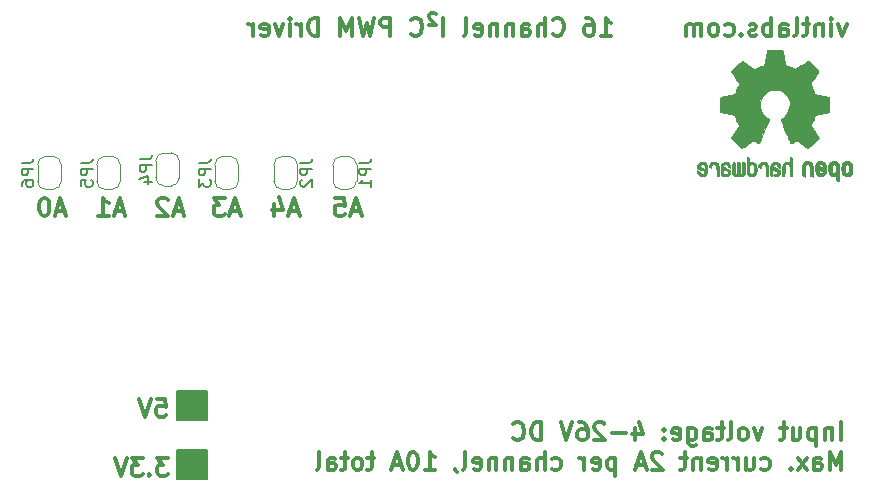
<source format=gbr>
G04 #@! TF.GenerationSoftware,KiCad,Pcbnew,5.0.0*
G04 #@! TF.CreationDate,2018-11-11T17:05:44-05:00*
G04 #@! TF.ProjectId,I2C_PWM_Driver,4932435F50574D5F4472697665722E6B,rev?*
G04 #@! TF.SameCoordinates,Original*
G04 #@! TF.FileFunction,Legend,Bot*
G04 #@! TF.FilePolarity,Positive*
%FSLAX46Y46*%
G04 Gerber Fmt 4.6, Leading zero omitted, Abs format (unit mm)*
G04 Created by KiCad (PCBNEW 5.0.0) date Sun Nov 11 17:05:44 2018*
%MOMM*%
%LPD*%
G01*
G04 APERTURE LIST*
%ADD10C,0.300000*%
%ADD11C,0.150000*%
%ADD12C,0.120000*%
%ADD13C,0.010000*%
G04 APERTURE END LIST*
D10*
X151071428Y-85178571D02*
X151071428Y-83678571D01*
X150357142Y-84178571D02*
X150357142Y-85178571D01*
X150357142Y-84321428D02*
X150285714Y-84250000D01*
X150142857Y-84178571D01*
X149928571Y-84178571D01*
X149785714Y-84250000D01*
X149714285Y-84392857D01*
X149714285Y-85178571D01*
X149000000Y-84178571D02*
X149000000Y-85678571D01*
X149000000Y-84250000D02*
X148857142Y-84178571D01*
X148571428Y-84178571D01*
X148428571Y-84250000D01*
X148357142Y-84321428D01*
X148285714Y-84464285D01*
X148285714Y-84892857D01*
X148357142Y-85035714D01*
X148428571Y-85107142D01*
X148571428Y-85178571D01*
X148857142Y-85178571D01*
X149000000Y-85107142D01*
X147000000Y-84178571D02*
X147000000Y-85178571D01*
X147642857Y-84178571D02*
X147642857Y-84964285D01*
X147571428Y-85107142D01*
X147428571Y-85178571D01*
X147214285Y-85178571D01*
X147071428Y-85107142D01*
X147000000Y-85035714D01*
X146500000Y-84178571D02*
X145928571Y-84178571D01*
X146285714Y-83678571D02*
X146285714Y-84964285D01*
X146214285Y-85107142D01*
X146071428Y-85178571D01*
X145928571Y-85178571D01*
X144428571Y-84178571D02*
X144071428Y-85178571D01*
X143714285Y-84178571D01*
X142928571Y-85178571D02*
X143071428Y-85107142D01*
X143142857Y-85035714D01*
X143214285Y-84892857D01*
X143214285Y-84464285D01*
X143142857Y-84321428D01*
X143071428Y-84250000D01*
X142928571Y-84178571D01*
X142714285Y-84178571D01*
X142571428Y-84250000D01*
X142500000Y-84321428D01*
X142428571Y-84464285D01*
X142428571Y-84892857D01*
X142500000Y-85035714D01*
X142571428Y-85107142D01*
X142714285Y-85178571D01*
X142928571Y-85178571D01*
X141571428Y-85178571D02*
X141714285Y-85107142D01*
X141785714Y-84964285D01*
X141785714Y-83678571D01*
X141214285Y-84178571D02*
X140642857Y-84178571D01*
X141000000Y-83678571D02*
X141000000Y-84964285D01*
X140928571Y-85107142D01*
X140785714Y-85178571D01*
X140642857Y-85178571D01*
X139500000Y-85178571D02*
X139500000Y-84392857D01*
X139571428Y-84250000D01*
X139714285Y-84178571D01*
X140000000Y-84178571D01*
X140142857Y-84250000D01*
X139500000Y-85107142D02*
X139642857Y-85178571D01*
X140000000Y-85178571D01*
X140142857Y-85107142D01*
X140214285Y-84964285D01*
X140214285Y-84821428D01*
X140142857Y-84678571D01*
X140000000Y-84607142D01*
X139642857Y-84607142D01*
X139500000Y-84535714D01*
X138142857Y-84178571D02*
X138142857Y-85392857D01*
X138214285Y-85535714D01*
X138285714Y-85607142D01*
X138428571Y-85678571D01*
X138642857Y-85678571D01*
X138785714Y-85607142D01*
X138142857Y-85107142D02*
X138285714Y-85178571D01*
X138571428Y-85178571D01*
X138714285Y-85107142D01*
X138785714Y-85035714D01*
X138857142Y-84892857D01*
X138857142Y-84464285D01*
X138785714Y-84321428D01*
X138714285Y-84250000D01*
X138571428Y-84178571D01*
X138285714Y-84178571D01*
X138142857Y-84250000D01*
X136857142Y-85107142D02*
X137000000Y-85178571D01*
X137285714Y-85178571D01*
X137428571Y-85107142D01*
X137500000Y-84964285D01*
X137500000Y-84392857D01*
X137428571Y-84250000D01*
X137285714Y-84178571D01*
X137000000Y-84178571D01*
X136857142Y-84250000D01*
X136785714Y-84392857D01*
X136785714Y-84535714D01*
X137500000Y-84678571D01*
X136142857Y-85035714D02*
X136071428Y-85107142D01*
X136142857Y-85178571D01*
X136214285Y-85107142D01*
X136142857Y-85035714D01*
X136142857Y-85178571D01*
X136142857Y-84250000D02*
X136071428Y-84321428D01*
X136142857Y-84392857D01*
X136214285Y-84321428D01*
X136142857Y-84250000D01*
X136142857Y-84392857D01*
X133642857Y-84178571D02*
X133642857Y-85178571D01*
X134000000Y-83607142D02*
X134357142Y-84678571D01*
X133428571Y-84678571D01*
X132857142Y-84607142D02*
X131714285Y-84607142D01*
X131071428Y-83821428D02*
X131000000Y-83750000D01*
X130857142Y-83678571D01*
X130500000Y-83678571D01*
X130357142Y-83750000D01*
X130285714Y-83821428D01*
X130214285Y-83964285D01*
X130214285Y-84107142D01*
X130285714Y-84321428D01*
X131142857Y-85178571D01*
X130214285Y-85178571D01*
X128928571Y-83678571D02*
X129214285Y-83678571D01*
X129357142Y-83750000D01*
X129428571Y-83821428D01*
X129571428Y-84035714D01*
X129642857Y-84321428D01*
X129642857Y-84892857D01*
X129571428Y-85035714D01*
X129500000Y-85107142D01*
X129357142Y-85178571D01*
X129071428Y-85178571D01*
X128928571Y-85107142D01*
X128857142Y-85035714D01*
X128785714Y-84892857D01*
X128785714Y-84535714D01*
X128857142Y-84392857D01*
X128928571Y-84321428D01*
X129071428Y-84250000D01*
X129357142Y-84250000D01*
X129500000Y-84321428D01*
X129571428Y-84392857D01*
X129642857Y-84535714D01*
X128357142Y-83678571D02*
X127857142Y-85178571D01*
X127357142Y-83678571D01*
X125714285Y-85178571D02*
X125714285Y-83678571D01*
X125357142Y-83678571D01*
X125142857Y-83750000D01*
X125000000Y-83892857D01*
X124928571Y-84035714D01*
X124857142Y-84321428D01*
X124857142Y-84535714D01*
X124928571Y-84821428D01*
X125000000Y-84964285D01*
X125142857Y-85107142D01*
X125357142Y-85178571D01*
X125714285Y-85178571D01*
X123357142Y-85035714D02*
X123428571Y-85107142D01*
X123642857Y-85178571D01*
X123785714Y-85178571D01*
X124000000Y-85107142D01*
X124142857Y-84964285D01*
X124214285Y-84821428D01*
X124285714Y-84535714D01*
X124285714Y-84321428D01*
X124214285Y-84035714D01*
X124142857Y-83892857D01*
X124000000Y-83750000D01*
X123785714Y-83678571D01*
X123642857Y-83678571D01*
X123428571Y-83750000D01*
X123357142Y-83821428D01*
X151142857Y-87678571D02*
X151142857Y-86178571D01*
X150642857Y-87250000D01*
X150142857Y-86178571D01*
X150142857Y-87678571D01*
X148785714Y-87678571D02*
X148785714Y-86892857D01*
X148857142Y-86750000D01*
X149000000Y-86678571D01*
X149285714Y-86678571D01*
X149428571Y-86750000D01*
X148785714Y-87607142D02*
X148928571Y-87678571D01*
X149285714Y-87678571D01*
X149428571Y-87607142D01*
X149500000Y-87464285D01*
X149500000Y-87321428D01*
X149428571Y-87178571D01*
X149285714Y-87107142D01*
X148928571Y-87107142D01*
X148785714Y-87035714D01*
X148214285Y-87678571D02*
X147428571Y-86678571D01*
X148214285Y-86678571D02*
X147428571Y-87678571D01*
X146857142Y-87535714D02*
X146785714Y-87607142D01*
X146857142Y-87678571D01*
X146928571Y-87607142D01*
X146857142Y-87535714D01*
X146857142Y-87678571D01*
X144357142Y-87607142D02*
X144500000Y-87678571D01*
X144785714Y-87678571D01*
X144928571Y-87607142D01*
X145000000Y-87535714D01*
X145071428Y-87392857D01*
X145071428Y-86964285D01*
X145000000Y-86821428D01*
X144928571Y-86750000D01*
X144785714Y-86678571D01*
X144500000Y-86678571D01*
X144357142Y-86750000D01*
X143071428Y-86678571D02*
X143071428Y-87678571D01*
X143714285Y-86678571D02*
X143714285Y-87464285D01*
X143642857Y-87607142D01*
X143500000Y-87678571D01*
X143285714Y-87678571D01*
X143142857Y-87607142D01*
X143071428Y-87535714D01*
X142357142Y-87678571D02*
X142357142Y-86678571D01*
X142357142Y-86964285D02*
X142285714Y-86821428D01*
X142214285Y-86750000D01*
X142071428Y-86678571D01*
X141928571Y-86678571D01*
X141428571Y-87678571D02*
X141428571Y-86678571D01*
X141428571Y-86964285D02*
X141357142Y-86821428D01*
X141285714Y-86750000D01*
X141142857Y-86678571D01*
X141000000Y-86678571D01*
X139928571Y-87607142D02*
X140071428Y-87678571D01*
X140357142Y-87678571D01*
X140500000Y-87607142D01*
X140571428Y-87464285D01*
X140571428Y-86892857D01*
X140500000Y-86750000D01*
X140357142Y-86678571D01*
X140071428Y-86678571D01*
X139928571Y-86750000D01*
X139857142Y-86892857D01*
X139857142Y-87035714D01*
X140571428Y-87178571D01*
X139214285Y-86678571D02*
X139214285Y-87678571D01*
X139214285Y-86821428D02*
X139142857Y-86750000D01*
X139000000Y-86678571D01*
X138785714Y-86678571D01*
X138642857Y-86750000D01*
X138571428Y-86892857D01*
X138571428Y-87678571D01*
X138071428Y-86678571D02*
X137500000Y-86678571D01*
X137857142Y-86178571D02*
X137857142Y-87464285D01*
X137785714Y-87607142D01*
X137642857Y-87678571D01*
X137500000Y-87678571D01*
X135928571Y-86321428D02*
X135857142Y-86250000D01*
X135714285Y-86178571D01*
X135357142Y-86178571D01*
X135214285Y-86250000D01*
X135142857Y-86321428D01*
X135071428Y-86464285D01*
X135071428Y-86607142D01*
X135142857Y-86821428D01*
X136000000Y-87678571D01*
X135071428Y-87678571D01*
X134500000Y-87250000D02*
X133785714Y-87250000D01*
X134642857Y-87678571D02*
X134142857Y-86178571D01*
X133642857Y-87678571D01*
X132000000Y-86678571D02*
X132000000Y-88178571D01*
X132000000Y-86750000D02*
X131857142Y-86678571D01*
X131571428Y-86678571D01*
X131428571Y-86750000D01*
X131357142Y-86821428D01*
X131285714Y-86964285D01*
X131285714Y-87392857D01*
X131357142Y-87535714D01*
X131428571Y-87607142D01*
X131571428Y-87678571D01*
X131857142Y-87678571D01*
X132000000Y-87607142D01*
X130071428Y-87607142D02*
X130214285Y-87678571D01*
X130500000Y-87678571D01*
X130642857Y-87607142D01*
X130714285Y-87464285D01*
X130714285Y-86892857D01*
X130642857Y-86750000D01*
X130500000Y-86678571D01*
X130214285Y-86678571D01*
X130071428Y-86750000D01*
X130000000Y-86892857D01*
X130000000Y-87035714D01*
X130714285Y-87178571D01*
X129357142Y-87678571D02*
X129357142Y-86678571D01*
X129357142Y-86964285D02*
X129285714Y-86821428D01*
X129214285Y-86750000D01*
X129071428Y-86678571D01*
X128928571Y-86678571D01*
X126642857Y-87607142D02*
X126785714Y-87678571D01*
X127071428Y-87678571D01*
X127214285Y-87607142D01*
X127285714Y-87535714D01*
X127357142Y-87392857D01*
X127357142Y-86964285D01*
X127285714Y-86821428D01*
X127214285Y-86750000D01*
X127071428Y-86678571D01*
X126785714Y-86678571D01*
X126642857Y-86750000D01*
X126000000Y-87678571D02*
X126000000Y-86178571D01*
X125357142Y-87678571D02*
X125357142Y-86892857D01*
X125428571Y-86750000D01*
X125571428Y-86678571D01*
X125785714Y-86678571D01*
X125928571Y-86750000D01*
X126000000Y-86821428D01*
X124000000Y-87678571D02*
X124000000Y-86892857D01*
X124071428Y-86750000D01*
X124214285Y-86678571D01*
X124500000Y-86678571D01*
X124642857Y-86750000D01*
X124000000Y-87607142D02*
X124142857Y-87678571D01*
X124500000Y-87678571D01*
X124642857Y-87607142D01*
X124714285Y-87464285D01*
X124714285Y-87321428D01*
X124642857Y-87178571D01*
X124500000Y-87107142D01*
X124142857Y-87107142D01*
X124000000Y-87035714D01*
X123285714Y-86678571D02*
X123285714Y-87678571D01*
X123285714Y-86821428D02*
X123214285Y-86750000D01*
X123071428Y-86678571D01*
X122857142Y-86678571D01*
X122714285Y-86750000D01*
X122642857Y-86892857D01*
X122642857Y-87678571D01*
X121928571Y-86678571D02*
X121928571Y-87678571D01*
X121928571Y-86821428D02*
X121857142Y-86750000D01*
X121714285Y-86678571D01*
X121500000Y-86678571D01*
X121357142Y-86750000D01*
X121285714Y-86892857D01*
X121285714Y-87678571D01*
X120000000Y-87607142D02*
X120142857Y-87678571D01*
X120428571Y-87678571D01*
X120571428Y-87607142D01*
X120642857Y-87464285D01*
X120642857Y-86892857D01*
X120571428Y-86750000D01*
X120428571Y-86678571D01*
X120142857Y-86678571D01*
X120000000Y-86750000D01*
X119928571Y-86892857D01*
X119928571Y-87035714D01*
X120642857Y-87178571D01*
X119071428Y-87678571D02*
X119214285Y-87607142D01*
X119285714Y-87464285D01*
X119285714Y-86178571D01*
X118428571Y-87607142D02*
X118428571Y-87678571D01*
X118500000Y-87821428D01*
X118571428Y-87892857D01*
X115857142Y-87678571D02*
X116714285Y-87678571D01*
X116285714Y-87678571D02*
X116285714Y-86178571D01*
X116428571Y-86392857D01*
X116571428Y-86535714D01*
X116714285Y-86607142D01*
X114928571Y-86178571D02*
X114785714Y-86178571D01*
X114642857Y-86250000D01*
X114571428Y-86321428D01*
X114500000Y-86464285D01*
X114428571Y-86750000D01*
X114428571Y-87107142D01*
X114500000Y-87392857D01*
X114571428Y-87535714D01*
X114642857Y-87607142D01*
X114785714Y-87678571D01*
X114928571Y-87678571D01*
X115071428Y-87607142D01*
X115142857Y-87535714D01*
X115214285Y-87392857D01*
X115285714Y-87107142D01*
X115285714Y-86750000D01*
X115214285Y-86464285D01*
X115142857Y-86321428D01*
X115071428Y-86250000D01*
X114928571Y-86178571D01*
X113857142Y-87250000D02*
X113142857Y-87250000D01*
X114000000Y-87678571D02*
X113500000Y-86178571D01*
X113000000Y-87678571D01*
X111571428Y-86678571D02*
X111000000Y-86678571D01*
X111357142Y-86178571D02*
X111357142Y-87464285D01*
X111285714Y-87607142D01*
X111142857Y-87678571D01*
X111000000Y-87678571D01*
X110285714Y-87678571D02*
X110428571Y-87607142D01*
X110500000Y-87535714D01*
X110571428Y-87392857D01*
X110571428Y-86964285D01*
X110500000Y-86821428D01*
X110428571Y-86750000D01*
X110285714Y-86678571D01*
X110071428Y-86678571D01*
X109928571Y-86750000D01*
X109857142Y-86821428D01*
X109785714Y-86964285D01*
X109785714Y-87392857D01*
X109857142Y-87535714D01*
X109928571Y-87607142D01*
X110071428Y-87678571D01*
X110285714Y-87678571D01*
X109357142Y-86678571D02*
X108785714Y-86678571D01*
X109142857Y-86178571D02*
X109142857Y-87464285D01*
X109071428Y-87607142D01*
X108928571Y-87678571D01*
X108785714Y-87678571D01*
X107642857Y-87678571D02*
X107642857Y-86892857D01*
X107714285Y-86750000D01*
X107857142Y-86678571D01*
X108142857Y-86678571D01*
X108285714Y-86750000D01*
X107642857Y-87607142D02*
X107785714Y-87678571D01*
X108142857Y-87678571D01*
X108285714Y-87607142D01*
X108357142Y-87464285D01*
X108357142Y-87321428D01*
X108285714Y-87178571D01*
X108142857Y-87107142D01*
X107785714Y-87107142D01*
X107642857Y-87035714D01*
X106714285Y-87678571D02*
X106857142Y-87607142D01*
X106928571Y-87464285D01*
X106928571Y-86178571D01*
X151571428Y-49928571D02*
X151214285Y-50928571D01*
X150857142Y-49928571D01*
X150285714Y-50928571D02*
X150285714Y-49928571D01*
X150285714Y-49428571D02*
X150357142Y-49500000D01*
X150285714Y-49571428D01*
X150214285Y-49500000D01*
X150285714Y-49428571D01*
X150285714Y-49571428D01*
X149571428Y-49928571D02*
X149571428Y-50928571D01*
X149571428Y-50071428D02*
X149500000Y-50000000D01*
X149357142Y-49928571D01*
X149142857Y-49928571D01*
X149000000Y-50000000D01*
X148928571Y-50142857D01*
X148928571Y-50928571D01*
X148428571Y-49928571D02*
X147857142Y-49928571D01*
X148214285Y-49428571D02*
X148214285Y-50714285D01*
X148142857Y-50857142D01*
X148000000Y-50928571D01*
X147857142Y-50928571D01*
X147142857Y-50928571D02*
X147285714Y-50857142D01*
X147357142Y-50714285D01*
X147357142Y-49428571D01*
X145928571Y-50928571D02*
X145928571Y-50142857D01*
X146000000Y-50000000D01*
X146142857Y-49928571D01*
X146428571Y-49928571D01*
X146571428Y-50000000D01*
X145928571Y-50857142D02*
X146071428Y-50928571D01*
X146428571Y-50928571D01*
X146571428Y-50857142D01*
X146642857Y-50714285D01*
X146642857Y-50571428D01*
X146571428Y-50428571D01*
X146428571Y-50357142D01*
X146071428Y-50357142D01*
X145928571Y-50285714D01*
X145214285Y-50928571D02*
X145214285Y-49428571D01*
X145214285Y-50000000D02*
X145071428Y-49928571D01*
X144785714Y-49928571D01*
X144642857Y-50000000D01*
X144571428Y-50071428D01*
X144500000Y-50214285D01*
X144500000Y-50642857D01*
X144571428Y-50785714D01*
X144642857Y-50857142D01*
X144785714Y-50928571D01*
X145071428Y-50928571D01*
X145214285Y-50857142D01*
X143928571Y-50857142D02*
X143785714Y-50928571D01*
X143500000Y-50928571D01*
X143357142Y-50857142D01*
X143285714Y-50714285D01*
X143285714Y-50642857D01*
X143357142Y-50500000D01*
X143500000Y-50428571D01*
X143714285Y-50428571D01*
X143857142Y-50357142D01*
X143928571Y-50214285D01*
X143928571Y-50142857D01*
X143857142Y-50000000D01*
X143714285Y-49928571D01*
X143500000Y-49928571D01*
X143357142Y-50000000D01*
X142642857Y-50785714D02*
X142571428Y-50857142D01*
X142642857Y-50928571D01*
X142714285Y-50857142D01*
X142642857Y-50785714D01*
X142642857Y-50928571D01*
X141285714Y-50857142D02*
X141428571Y-50928571D01*
X141714285Y-50928571D01*
X141857142Y-50857142D01*
X141928571Y-50785714D01*
X142000000Y-50642857D01*
X142000000Y-50214285D01*
X141928571Y-50071428D01*
X141857142Y-50000000D01*
X141714285Y-49928571D01*
X141428571Y-49928571D01*
X141285714Y-50000000D01*
X140428571Y-50928571D02*
X140571428Y-50857142D01*
X140642857Y-50785714D01*
X140714285Y-50642857D01*
X140714285Y-50214285D01*
X140642857Y-50071428D01*
X140571428Y-50000000D01*
X140428571Y-49928571D01*
X140214285Y-49928571D01*
X140071428Y-50000000D01*
X140000000Y-50071428D01*
X139928571Y-50214285D01*
X139928571Y-50642857D01*
X140000000Y-50785714D01*
X140071428Y-50857142D01*
X140214285Y-50928571D01*
X140428571Y-50928571D01*
X139285714Y-50928571D02*
X139285714Y-49928571D01*
X139285714Y-50071428D02*
X139214285Y-50000000D01*
X139071428Y-49928571D01*
X138857142Y-49928571D01*
X138714285Y-50000000D01*
X138642857Y-50142857D01*
X138642857Y-50928571D01*
X138642857Y-50142857D02*
X138571428Y-50000000D01*
X138428571Y-49928571D01*
X138214285Y-49928571D01*
X138071428Y-50000000D01*
X138000000Y-50142857D01*
X138000000Y-50928571D01*
X130785714Y-50928571D02*
X131642857Y-50928571D01*
X131214285Y-50928571D02*
X131214285Y-49428571D01*
X131357142Y-49642857D01*
X131500000Y-49785714D01*
X131642857Y-49857142D01*
X129500000Y-49428571D02*
X129785714Y-49428571D01*
X129928571Y-49500000D01*
X130000000Y-49571428D01*
X130142857Y-49785714D01*
X130214285Y-50071428D01*
X130214285Y-50642857D01*
X130142857Y-50785714D01*
X130071428Y-50857142D01*
X129928571Y-50928571D01*
X129642857Y-50928571D01*
X129500000Y-50857142D01*
X129428571Y-50785714D01*
X129357142Y-50642857D01*
X129357142Y-50285714D01*
X129428571Y-50142857D01*
X129500000Y-50071428D01*
X129642857Y-50000000D01*
X129928571Y-50000000D01*
X130071428Y-50071428D01*
X130142857Y-50142857D01*
X130214285Y-50285714D01*
X126714285Y-50785714D02*
X126785714Y-50857142D01*
X127000000Y-50928571D01*
X127142857Y-50928571D01*
X127357142Y-50857142D01*
X127500000Y-50714285D01*
X127571428Y-50571428D01*
X127642857Y-50285714D01*
X127642857Y-50071428D01*
X127571428Y-49785714D01*
X127500000Y-49642857D01*
X127357142Y-49500000D01*
X127142857Y-49428571D01*
X127000000Y-49428571D01*
X126785714Y-49500000D01*
X126714285Y-49571428D01*
X126071428Y-50928571D02*
X126071428Y-49428571D01*
X125428571Y-50928571D02*
X125428571Y-50142857D01*
X125500000Y-50000000D01*
X125642857Y-49928571D01*
X125857142Y-49928571D01*
X126000000Y-50000000D01*
X126071428Y-50071428D01*
X124071428Y-50928571D02*
X124071428Y-50142857D01*
X124142857Y-50000000D01*
X124285714Y-49928571D01*
X124571428Y-49928571D01*
X124714285Y-50000000D01*
X124071428Y-50857142D02*
X124214285Y-50928571D01*
X124571428Y-50928571D01*
X124714285Y-50857142D01*
X124785714Y-50714285D01*
X124785714Y-50571428D01*
X124714285Y-50428571D01*
X124571428Y-50357142D01*
X124214285Y-50357142D01*
X124071428Y-50285714D01*
X123357142Y-49928571D02*
X123357142Y-50928571D01*
X123357142Y-50071428D02*
X123285714Y-50000000D01*
X123142857Y-49928571D01*
X122928571Y-49928571D01*
X122785714Y-50000000D01*
X122714285Y-50142857D01*
X122714285Y-50928571D01*
X122000000Y-49928571D02*
X122000000Y-50928571D01*
X122000000Y-50071428D02*
X121928571Y-50000000D01*
X121785714Y-49928571D01*
X121571428Y-49928571D01*
X121428571Y-50000000D01*
X121357142Y-50142857D01*
X121357142Y-50928571D01*
X120071428Y-50857142D02*
X120214285Y-50928571D01*
X120500000Y-50928571D01*
X120642857Y-50857142D01*
X120714285Y-50714285D01*
X120714285Y-50142857D01*
X120642857Y-50000000D01*
X120500000Y-49928571D01*
X120214285Y-49928571D01*
X120071428Y-50000000D01*
X120000000Y-50142857D01*
X120000000Y-50285714D01*
X120714285Y-50428571D01*
X119142857Y-50928571D02*
X119285714Y-50857142D01*
X119357142Y-50714285D01*
X119357142Y-49428571D01*
X117428571Y-50928571D02*
X117428571Y-49428571D01*
X116785714Y-49071428D02*
X116642857Y-49000000D01*
X116428571Y-49000000D01*
X116285714Y-49071428D01*
X116214285Y-49214285D01*
X116214285Y-49357142D01*
X116285714Y-49500000D01*
X116785714Y-50000000D01*
X116214285Y-50000000D01*
X114714285Y-50785714D02*
X114785714Y-50857142D01*
X115000000Y-50928571D01*
X115142857Y-50928571D01*
X115357142Y-50857142D01*
X115500000Y-50714285D01*
X115571428Y-50571428D01*
X115642857Y-50285714D01*
X115642857Y-50071428D01*
X115571428Y-49785714D01*
X115500000Y-49642857D01*
X115357142Y-49500000D01*
X115142857Y-49428571D01*
X115000000Y-49428571D01*
X114785714Y-49500000D01*
X114714285Y-49571428D01*
X112928571Y-50928571D02*
X112928571Y-49428571D01*
X112357142Y-49428571D01*
X112214285Y-49500000D01*
X112142857Y-49571428D01*
X112071428Y-49714285D01*
X112071428Y-49928571D01*
X112142857Y-50071428D01*
X112214285Y-50142857D01*
X112357142Y-50214285D01*
X112928571Y-50214285D01*
X111571428Y-49428571D02*
X111214285Y-50928571D01*
X110928571Y-49857142D01*
X110642857Y-50928571D01*
X110285714Y-49428571D01*
X109714285Y-50928571D02*
X109714285Y-49428571D01*
X109214285Y-50500000D01*
X108714285Y-49428571D01*
X108714285Y-50928571D01*
X106857142Y-50928571D02*
X106857142Y-49428571D01*
X106500000Y-49428571D01*
X106285714Y-49500000D01*
X106142857Y-49642857D01*
X106071428Y-49785714D01*
X106000000Y-50071428D01*
X106000000Y-50285714D01*
X106071428Y-50571428D01*
X106142857Y-50714285D01*
X106285714Y-50857142D01*
X106500000Y-50928571D01*
X106857142Y-50928571D01*
X105357142Y-50928571D02*
X105357142Y-49928571D01*
X105357142Y-50214285D02*
X105285714Y-50071428D01*
X105214285Y-50000000D01*
X105071428Y-49928571D01*
X104928571Y-49928571D01*
X104428571Y-50928571D02*
X104428571Y-49928571D01*
X104428571Y-49428571D02*
X104500000Y-49500000D01*
X104428571Y-49571428D01*
X104357142Y-49500000D01*
X104428571Y-49428571D01*
X104428571Y-49571428D01*
X103857142Y-49928571D02*
X103500000Y-50928571D01*
X103142857Y-49928571D01*
X102000000Y-50857142D02*
X102142857Y-50928571D01*
X102428571Y-50928571D01*
X102571428Y-50857142D01*
X102642857Y-50714285D01*
X102642857Y-50142857D01*
X102571428Y-50000000D01*
X102428571Y-49928571D01*
X102142857Y-49928571D01*
X102000000Y-50000000D01*
X101928571Y-50142857D01*
X101928571Y-50285714D01*
X102642857Y-50428571D01*
X101285714Y-50928571D02*
X101285714Y-49928571D01*
X101285714Y-50214285D02*
X101214285Y-50071428D01*
X101142857Y-50000000D01*
X101000000Y-49928571D01*
X100857142Y-49928571D01*
X110371428Y-65750000D02*
X109657142Y-65750000D01*
X110514285Y-66178571D02*
X110014285Y-64678571D01*
X109514285Y-66178571D01*
X108300000Y-64678571D02*
X109014285Y-64678571D01*
X109085714Y-65392857D01*
X109014285Y-65321428D01*
X108871428Y-65250000D01*
X108514285Y-65250000D01*
X108371428Y-65321428D01*
X108300000Y-65392857D01*
X108228571Y-65535714D01*
X108228571Y-65892857D01*
X108300000Y-66035714D01*
X108371428Y-66107142D01*
X108514285Y-66178571D01*
X108871428Y-66178571D01*
X109014285Y-66107142D01*
X109085714Y-66035714D01*
X105121428Y-65750000D02*
X104407142Y-65750000D01*
X105264285Y-66178571D02*
X104764285Y-64678571D01*
X104264285Y-66178571D01*
X103121428Y-65178571D02*
X103121428Y-66178571D01*
X103478571Y-64607142D02*
X103835714Y-65678571D01*
X102907142Y-65678571D01*
X100121428Y-65750000D02*
X99407142Y-65750000D01*
X100264285Y-66178571D02*
X99764285Y-64678571D01*
X99264285Y-66178571D01*
X98907142Y-64678571D02*
X97978571Y-64678571D01*
X98478571Y-65250000D01*
X98264285Y-65250000D01*
X98121428Y-65321428D01*
X98050000Y-65392857D01*
X97978571Y-65535714D01*
X97978571Y-65892857D01*
X98050000Y-66035714D01*
X98121428Y-66107142D01*
X98264285Y-66178571D01*
X98692857Y-66178571D01*
X98835714Y-66107142D01*
X98907142Y-66035714D01*
X95371428Y-65750000D02*
X94657142Y-65750000D01*
X95514285Y-66178571D02*
X95014285Y-64678571D01*
X94514285Y-66178571D01*
X94085714Y-64821428D02*
X94014285Y-64750000D01*
X93871428Y-64678571D01*
X93514285Y-64678571D01*
X93371428Y-64750000D01*
X93300000Y-64821428D01*
X93228571Y-64964285D01*
X93228571Y-65107142D01*
X93300000Y-65321428D01*
X94157142Y-66178571D01*
X93228571Y-66178571D01*
X90371428Y-65750000D02*
X89657142Y-65750000D01*
X90514285Y-66178571D02*
X90014285Y-64678571D01*
X89514285Y-66178571D01*
X88228571Y-66178571D02*
X89085714Y-66178571D01*
X88657142Y-66178571D02*
X88657142Y-64678571D01*
X88800000Y-64892857D01*
X88942857Y-65035714D01*
X89085714Y-65107142D01*
X85371428Y-65750000D02*
X84657142Y-65750000D01*
X85514285Y-66178571D02*
X85014285Y-64678571D01*
X84514285Y-66178571D01*
X83728571Y-64678571D02*
X83585714Y-64678571D01*
X83442857Y-64750000D01*
X83371428Y-64821428D01*
X83300000Y-64964285D01*
X83228571Y-65250000D01*
X83228571Y-65607142D01*
X83300000Y-65892857D01*
X83371428Y-66035714D01*
X83442857Y-66107142D01*
X83585714Y-66178571D01*
X83728571Y-66178571D01*
X83871428Y-66107142D01*
X83942857Y-66035714D01*
X84014285Y-65892857D01*
X84085714Y-65607142D01*
X84085714Y-65250000D01*
X84014285Y-64964285D01*
X83942857Y-64821428D01*
X83871428Y-64750000D01*
X83728571Y-64678571D01*
X93185714Y-81678571D02*
X93900000Y-81678571D01*
X93971428Y-82392857D01*
X93900000Y-82321428D01*
X93757142Y-82250000D01*
X93400000Y-82250000D01*
X93257142Y-82321428D01*
X93185714Y-82392857D01*
X93114285Y-82535714D01*
X93114285Y-82892857D01*
X93185714Y-83035714D01*
X93257142Y-83107142D01*
X93400000Y-83178571D01*
X93757142Y-83178571D01*
X93900000Y-83107142D01*
X93971428Y-83035714D01*
X92685714Y-81678571D02*
X92185714Y-83178571D01*
X91685714Y-81678571D01*
X94114285Y-86678571D02*
X93185714Y-86678571D01*
X93685714Y-87250000D01*
X93471428Y-87250000D01*
X93328571Y-87321428D01*
X93257142Y-87392857D01*
X93185714Y-87535714D01*
X93185714Y-87892857D01*
X93257142Y-88035714D01*
X93328571Y-88107142D01*
X93471428Y-88178571D01*
X93900000Y-88178571D01*
X94042857Y-88107142D01*
X94114285Y-88035714D01*
X92542857Y-88035714D02*
X92471428Y-88107142D01*
X92542857Y-88178571D01*
X92614285Y-88107142D01*
X92542857Y-88035714D01*
X92542857Y-88178571D01*
X91971428Y-86678571D02*
X91042857Y-86678571D01*
X91542857Y-87250000D01*
X91328571Y-87250000D01*
X91185714Y-87321428D01*
X91114285Y-87392857D01*
X91042857Y-87535714D01*
X91042857Y-87892857D01*
X91114285Y-88035714D01*
X91185714Y-88107142D01*
X91328571Y-88178571D01*
X91757142Y-88178571D01*
X91900000Y-88107142D01*
X91971428Y-88035714D01*
X90614285Y-86678571D02*
X90114285Y-88178571D01*
X89614285Y-86678571D01*
D11*
G36*
X94900000Y-81000000D02*
X97400000Y-81000000D01*
X97400000Y-83500000D01*
X94900000Y-83500000D01*
X94900000Y-81000000D01*
G37*
X94900000Y-81000000D02*
X97400000Y-81000000D01*
X97400000Y-83500000D01*
X94900000Y-83500000D01*
X94900000Y-81000000D01*
G36*
X94900000Y-86000000D02*
X97400000Y-86000000D01*
X97400000Y-88500000D01*
X94900000Y-88500000D01*
X94900000Y-86000000D01*
G37*
X94900000Y-86000000D02*
X97400000Y-86000000D01*
X97400000Y-88500000D01*
X94900000Y-88500000D01*
X94900000Y-86000000D01*
D12*
G04 #@! TO.C,JP6*
X83079900Y-63250557D02*
G75*
G03X83779900Y-63950557I700000J0D01*
G01*
X84379900Y-63950557D02*
G75*
G03X85079900Y-63250557I0J700000D01*
G01*
X85079900Y-61850557D02*
G75*
G03X84379900Y-61150557I-700000J0D01*
G01*
X83779900Y-61150557D02*
G75*
G03X83079900Y-61850557I0J-700000D01*
G01*
X84379900Y-61150557D02*
X83779900Y-61150557D01*
X85079900Y-63250557D02*
X85079900Y-61850557D01*
X83779900Y-63950557D02*
X84379900Y-63950557D01*
X83079900Y-61850557D02*
X83079900Y-63250557D01*
G04 #@! TO.C,JP5*
X88079900Y-61850557D02*
X88079900Y-63250557D01*
X88779900Y-63950557D02*
X89379900Y-63950557D01*
X90079900Y-63250557D02*
X90079900Y-61850557D01*
X89379900Y-61150557D02*
X88779900Y-61150557D01*
X88779900Y-61150557D02*
G75*
G03X88079900Y-61850557I0J-700000D01*
G01*
X90079900Y-61850557D02*
G75*
G03X89379900Y-61150557I-700000J0D01*
G01*
X89379900Y-63950557D02*
G75*
G03X90079900Y-63250557I0J700000D01*
G01*
X88079900Y-63250557D02*
G75*
G03X88779900Y-63950557I700000J0D01*
G01*
G04 #@! TO.C,JP3*
X98079900Y-63250557D02*
G75*
G03X98779900Y-63950557I700000J0D01*
G01*
X99379900Y-63950557D02*
G75*
G03X100079900Y-63250557I0J700000D01*
G01*
X100079900Y-61850557D02*
G75*
G03X99379900Y-61150557I-700000J0D01*
G01*
X98779900Y-61150557D02*
G75*
G03X98079900Y-61850557I0J-700000D01*
G01*
X99379900Y-61150557D02*
X98779900Y-61150557D01*
X100079900Y-63250557D02*
X100079900Y-61850557D01*
X98779900Y-63950557D02*
X99379900Y-63950557D01*
X98079900Y-61850557D02*
X98079900Y-63250557D01*
G04 #@! TO.C,JP2*
X105079900Y-63250557D02*
X105079900Y-61850557D01*
X104379900Y-61150557D02*
X103779900Y-61150557D01*
X103079900Y-61850557D02*
X103079900Y-63250557D01*
X103779900Y-63950557D02*
X104379900Y-63950557D01*
X104379900Y-63950557D02*
G75*
G03X105079900Y-63250557I0J700000D01*
G01*
X103079900Y-63250557D02*
G75*
G03X103779900Y-63950557I700000J0D01*
G01*
X103779900Y-61150557D02*
G75*
G03X103079900Y-61850557I0J-700000D01*
G01*
X105079900Y-61850557D02*
G75*
G03X104379900Y-61150557I-700000J0D01*
G01*
G04 #@! TO.C,JP1*
X110079900Y-61850557D02*
G75*
G03X109379900Y-61150557I-700000J0D01*
G01*
X108779900Y-61150557D02*
G75*
G03X108079900Y-61850557I0J-700000D01*
G01*
X108079900Y-63250557D02*
G75*
G03X108779900Y-63950557I700000J0D01*
G01*
X109379900Y-63950557D02*
G75*
G03X110079900Y-63250557I0J700000D01*
G01*
X108779900Y-63950557D02*
X109379900Y-63950557D01*
X108079900Y-61850557D02*
X108079900Y-63250557D01*
X109379900Y-61150557D02*
X108779900Y-61150557D01*
X110079900Y-63250557D02*
X110079900Y-61850557D01*
G04 #@! TO.C,JP4*
X93079900Y-61550000D02*
X93079900Y-62950000D01*
X93779900Y-63650000D02*
X94379900Y-63650000D01*
X95079900Y-62950000D02*
X95079900Y-61550000D01*
X94379900Y-60850000D02*
X93779900Y-60850000D01*
X93779900Y-60850000D02*
G75*
G03X93079900Y-61550000I0J-700000D01*
G01*
X95079900Y-61550000D02*
G75*
G03X94379900Y-60850000I-700000J0D01*
G01*
X94379900Y-63650000D02*
G75*
G03X95079900Y-62950000I0J700000D01*
G01*
X93079900Y-62950000D02*
G75*
G03X93779900Y-63650000I700000J0D01*
G01*
D13*
G04 #@! TO.C,REF\002A\002A*
G36*
X145290986Y-52152998D02*
X145132994Y-52153863D01*
X145018653Y-52156205D01*
X144940593Y-52160762D01*
X144891446Y-52168270D01*
X144863841Y-52179466D01*
X144850408Y-52195088D01*
X144843779Y-52215873D01*
X144843135Y-52218563D01*
X144833065Y-52267113D01*
X144814425Y-52362905D01*
X144789155Y-52495743D01*
X144759193Y-52655431D01*
X144726478Y-52831774D01*
X144725336Y-52837967D01*
X144692567Y-53010782D01*
X144661907Y-53163469D01*
X144635336Y-53286871D01*
X144614833Y-53371831D01*
X144602374Y-53409190D01*
X144601780Y-53409852D01*
X144565081Y-53428095D01*
X144489414Y-53458497D01*
X144391122Y-53494493D01*
X144390575Y-53494685D01*
X144266767Y-53541222D01*
X144120804Y-53600504D01*
X143983219Y-53660109D01*
X143976707Y-53663056D01*
X143752610Y-53764765D01*
X143256381Y-53425897D01*
X143104154Y-53322592D01*
X142966259Y-53230237D01*
X142850685Y-53154084D01*
X142765421Y-53099385D01*
X142718456Y-53071393D01*
X142713996Y-53069317D01*
X142679866Y-53078560D01*
X142616119Y-53123156D01*
X142520269Y-53205209D01*
X142389831Y-53326821D01*
X142256672Y-53456205D01*
X142128306Y-53583702D01*
X142013419Y-53700046D01*
X141918927Y-53798052D01*
X141851747Y-53870536D01*
X141818794Y-53910313D01*
X141817568Y-53912361D01*
X141813926Y-53939656D01*
X141827650Y-53984234D01*
X141862131Y-54052112D01*
X141920761Y-54149311D01*
X142006930Y-54281851D01*
X142121800Y-54452476D01*
X142223746Y-54602655D01*
X142314877Y-54737350D01*
X142389927Y-54848740D01*
X142443631Y-54929005D01*
X142470720Y-54970325D01*
X142472426Y-54973130D01*
X142469118Y-55012721D01*
X142444047Y-55089669D01*
X142402202Y-55189432D01*
X142387288Y-55221291D01*
X142322214Y-55363226D01*
X142252788Y-55524273D01*
X142196391Y-55663621D01*
X142155753Y-55767044D01*
X142123474Y-55845642D01*
X142104822Y-55886720D01*
X142102503Y-55889885D01*
X142068197Y-55895128D01*
X141987331Y-55909494D01*
X141870657Y-55930937D01*
X141728925Y-55957413D01*
X141572890Y-55986877D01*
X141413302Y-56017283D01*
X141260915Y-56046588D01*
X141126479Y-56072745D01*
X141020748Y-56093710D01*
X140954474Y-56107439D01*
X140938218Y-56111320D01*
X140921427Y-56120900D01*
X140908751Y-56142536D01*
X140899622Y-56183531D01*
X140893469Y-56251189D01*
X140889720Y-56352812D01*
X140887808Y-56495703D01*
X140887160Y-56687165D01*
X140887126Y-56765645D01*
X140887126Y-57403906D01*
X141040402Y-57434160D01*
X141125678Y-57450564D01*
X141252930Y-57474509D01*
X141406685Y-57503107D01*
X141571466Y-57533467D01*
X141617011Y-57541806D01*
X141769068Y-57571370D01*
X141901532Y-57600442D01*
X142003286Y-57626329D01*
X142063212Y-57646337D01*
X142073195Y-57652301D01*
X142097707Y-57694534D01*
X142132852Y-57776370D01*
X142171827Y-57881683D01*
X142179558Y-57904368D01*
X142230640Y-58045018D01*
X142294046Y-58203714D01*
X142356096Y-58346225D01*
X142356402Y-58346886D01*
X142459733Y-58570440D01*
X141780039Y-59570232D01*
X142216379Y-60007300D01*
X142348351Y-60137381D01*
X142468721Y-60252048D01*
X142570727Y-60345181D01*
X142647609Y-60410658D01*
X142692607Y-60442357D01*
X142699062Y-60444368D01*
X142736960Y-60428529D01*
X142814292Y-60384496D01*
X142922611Y-60317490D01*
X143053468Y-60232734D01*
X143194948Y-60137816D01*
X143338539Y-60040998D01*
X143466565Y-59956751D01*
X143570895Y-59890258D01*
X143643400Y-59846702D01*
X143675842Y-59831264D01*
X143715424Y-59844328D01*
X143790481Y-59878750D01*
X143885532Y-59927380D01*
X143895608Y-59932785D01*
X144023609Y-59996980D01*
X144111382Y-60028463D01*
X144165972Y-60028798D01*
X144194425Y-59999548D01*
X144194590Y-59999138D01*
X144208812Y-59964498D01*
X144242731Y-59882269D01*
X144293716Y-59758814D01*
X144359138Y-59600498D01*
X144436366Y-59413686D01*
X144522771Y-59204742D01*
X144606449Y-59002446D01*
X144698412Y-58779200D01*
X144782850Y-58572392D01*
X144857231Y-58388362D01*
X144919026Y-58233451D01*
X144965703Y-58113996D01*
X144994732Y-58036339D01*
X145003678Y-58007356D01*
X144981244Y-57974110D01*
X144922561Y-57921123D01*
X144844311Y-57862704D01*
X144621466Y-57677952D01*
X144447282Y-57466182D01*
X144323846Y-57231856D01*
X144253246Y-56979434D01*
X144237569Y-56713377D01*
X144248964Y-56590575D01*
X144311050Y-56335793D01*
X144417977Y-56110801D01*
X144563111Y-55917817D01*
X144739822Y-55759061D01*
X144941478Y-55636750D01*
X145161446Y-55553105D01*
X145393094Y-55510344D01*
X145629791Y-55510687D01*
X145864905Y-55556352D01*
X146091804Y-55649559D01*
X146303856Y-55792527D01*
X146392364Y-55873383D01*
X146562111Y-56081007D01*
X146680301Y-56307895D01*
X146747722Y-56547433D01*
X146765160Y-56793007D01*
X146733402Y-57038003D01*
X146653235Y-57275808D01*
X146525445Y-57499807D01*
X146350820Y-57703387D01*
X146155688Y-57862704D01*
X146074409Y-57923602D01*
X146016991Y-57976015D01*
X145996322Y-58007406D01*
X146007144Y-58041639D01*
X146037923Y-58123419D01*
X146086126Y-58246407D01*
X146149222Y-58404263D01*
X146224678Y-58590649D01*
X146309962Y-58799226D01*
X146393781Y-59002496D01*
X146486255Y-59225933D01*
X146571911Y-59432984D01*
X146648118Y-59617286D01*
X146712247Y-59772475D01*
X146761668Y-59892188D01*
X146793752Y-59970061D01*
X146805641Y-59999138D01*
X146833726Y-60028677D01*
X146888051Y-60028591D01*
X146975605Y-59997326D01*
X147103381Y-59933329D01*
X147104392Y-59932785D01*
X147200598Y-59883121D01*
X147278369Y-59846945D01*
X147322223Y-59831408D01*
X147324158Y-59831264D01*
X147357171Y-59847024D01*
X147430054Y-59890850D01*
X147534678Y-59957557D01*
X147662910Y-60041964D01*
X147805052Y-60137816D01*
X147949767Y-60234867D01*
X148080196Y-60319270D01*
X148187890Y-60385801D01*
X148264402Y-60429238D01*
X148300938Y-60444368D01*
X148334582Y-60424482D01*
X148402224Y-60368903D01*
X148497107Y-60283754D01*
X148612470Y-60175153D01*
X148741555Y-60049221D01*
X148783771Y-60007149D01*
X149220261Y-59569931D01*
X148888023Y-59082340D01*
X148787054Y-58932605D01*
X148698438Y-58798220D01*
X148627146Y-58686969D01*
X148578150Y-58606639D01*
X148556422Y-58565014D01*
X148555785Y-58562053D01*
X148567240Y-58522818D01*
X148598051Y-58443895D01*
X148642884Y-58338509D01*
X148674353Y-58267954D01*
X148733192Y-58132876D01*
X148788604Y-57996409D01*
X148831564Y-57881103D01*
X148843234Y-57845977D01*
X148876389Y-57752174D01*
X148908799Y-57679694D01*
X148926601Y-57652301D01*
X148965886Y-57635536D01*
X149051626Y-57611770D01*
X149172697Y-57583697D01*
X149317973Y-57554009D01*
X149382988Y-57541806D01*
X149548087Y-57511468D01*
X149706448Y-57482093D01*
X149842596Y-57456569D01*
X149941057Y-57437785D01*
X149959598Y-57434160D01*
X150112873Y-57403906D01*
X150112873Y-56765645D01*
X150112529Y-56555770D01*
X150111116Y-56396980D01*
X150108064Y-56281973D01*
X150102803Y-56203446D01*
X150094763Y-56154096D01*
X150083373Y-56126619D01*
X150068063Y-56113713D01*
X150061782Y-56111320D01*
X150023896Y-56102833D01*
X149940195Y-56085900D01*
X149821433Y-56062566D01*
X149678361Y-56034875D01*
X149521732Y-56004873D01*
X149362297Y-55974604D01*
X149210809Y-55946115D01*
X149078019Y-55921449D01*
X148974681Y-55902651D01*
X148911545Y-55891767D01*
X148897497Y-55889885D01*
X148884770Y-55864704D01*
X148856600Y-55797622D01*
X148818252Y-55701333D01*
X148803609Y-55663621D01*
X148744548Y-55517921D01*
X148675000Y-55356951D01*
X148612712Y-55221291D01*
X148566879Y-55117561D01*
X148536387Y-55032326D01*
X148526208Y-54980126D01*
X148527831Y-54973130D01*
X148549343Y-54940102D01*
X148598465Y-54866643D01*
X148669923Y-54760577D01*
X148758445Y-54629726D01*
X148858759Y-54481912D01*
X148878594Y-54452734D01*
X148994988Y-54279863D01*
X149080548Y-54148226D01*
X149138684Y-54051761D01*
X149172808Y-53984408D01*
X149186331Y-53940106D01*
X149182664Y-53912794D01*
X149182570Y-53912620D01*
X149153707Y-53876746D01*
X149089867Y-53807391D01*
X148997969Y-53711745D01*
X148884933Y-53596999D01*
X148757679Y-53470341D01*
X148743328Y-53456205D01*
X148582957Y-53300903D01*
X148459195Y-53186870D01*
X148369555Y-53112002D01*
X148311552Y-53074196D01*
X148286004Y-53069317D01*
X148248718Y-53090603D01*
X148171343Y-53139773D01*
X148061867Y-53211575D01*
X147928280Y-53300755D01*
X147778570Y-53402063D01*
X147743618Y-53425897D01*
X147247390Y-53764765D01*
X147023293Y-53663056D01*
X146887011Y-53603783D01*
X146740724Y-53544170D01*
X146614965Y-53496640D01*
X146609425Y-53494685D01*
X146511057Y-53458677D01*
X146435229Y-53428229D01*
X146398282Y-53409905D01*
X146398220Y-53409852D01*
X146386496Y-53376729D01*
X146366568Y-53295267D01*
X146340413Y-53174625D01*
X146310010Y-53023959D01*
X146277337Y-52852428D01*
X146274664Y-52837967D01*
X146241890Y-52661235D01*
X146211802Y-52500810D01*
X146186339Y-52366888D01*
X146167441Y-52269663D01*
X146157047Y-52219332D01*
X146156865Y-52218563D01*
X146150539Y-52197153D01*
X146138239Y-52180988D01*
X146112594Y-52169331D01*
X146066235Y-52161445D01*
X145991792Y-52156593D01*
X145881895Y-52154039D01*
X145729175Y-52153045D01*
X145526262Y-52152874D01*
X145500000Y-52152874D01*
X145290986Y-52152998D01*
X145290986Y-52152998D01*
G37*
X145290986Y-52152998D02*
X145132994Y-52153863D01*
X145018653Y-52156205D01*
X144940593Y-52160762D01*
X144891446Y-52168270D01*
X144863841Y-52179466D01*
X144850408Y-52195088D01*
X144843779Y-52215873D01*
X144843135Y-52218563D01*
X144833065Y-52267113D01*
X144814425Y-52362905D01*
X144789155Y-52495743D01*
X144759193Y-52655431D01*
X144726478Y-52831774D01*
X144725336Y-52837967D01*
X144692567Y-53010782D01*
X144661907Y-53163469D01*
X144635336Y-53286871D01*
X144614833Y-53371831D01*
X144602374Y-53409190D01*
X144601780Y-53409852D01*
X144565081Y-53428095D01*
X144489414Y-53458497D01*
X144391122Y-53494493D01*
X144390575Y-53494685D01*
X144266767Y-53541222D01*
X144120804Y-53600504D01*
X143983219Y-53660109D01*
X143976707Y-53663056D01*
X143752610Y-53764765D01*
X143256381Y-53425897D01*
X143104154Y-53322592D01*
X142966259Y-53230237D01*
X142850685Y-53154084D01*
X142765421Y-53099385D01*
X142718456Y-53071393D01*
X142713996Y-53069317D01*
X142679866Y-53078560D01*
X142616119Y-53123156D01*
X142520269Y-53205209D01*
X142389831Y-53326821D01*
X142256672Y-53456205D01*
X142128306Y-53583702D01*
X142013419Y-53700046D01*
X141918927Y-53798052D01*
X141851747Y-53870536D01*
X141818794Y-53910313D01*
X141817568Y-53912361D01*
X141813926Y-53939656D01*
X141827650Y-53984234D01*
X141862131Y-54052112D01*
X141920761Y-54149311D01*
X142006930Y-54281851D01*
X142121800Y-54452476D01*
X142223746Y-54602655D01*
X142314877Y-54737350D01*
X142389927Y-54848740D01*
X142443631Y-54929005D01*
X142470720Y-54970325D01*
X142472426Y-54973130D01*
X142469118Y-55012721D01*
X142444047Y-55089669D01*
X142402202Y-55189432D01*
X142387288Y-55221291D01*
X142322214Y-55363226D01*
X142252788Y-55524273D01*
X142196391Y-55663621D01*
X142155753Y-55767044D01*
X142123474Y-55845642D01*
X142104822Y-55886720D01*
X142102503Y-55889885D01*
X142068197Y-55895128D01*
X141987331Y-55909494D01*
X141870657Y-55930937D01*
X141728925Y-55957413D01*
X141572890Y-55986877D01*
X141413302Y-56017283D01*
X141260915Y-56046588D01*
X141126479Y-56072745D01*
X141020748Y-56093710D01*
X140954474Y-56107439D01*
X140938218Y-56111320D01*
X140921427Y-56120900D01*
X140908751Y-56142536D01*
X140899622Y-56183531D01*
X140893469Y-56251189D01*
X140889720Y-56352812D01*
X140887808Y-56495703D01*
X140887160Y-56687165D01*
X140887126Y-56765645D01*
X140887126Y-57403906D01*
X141040402Y-57434160D01*
X141125678Y-57450564D01*
X141252930Y-57474509D01*
X141406685Y-57503107D01*
X141571466Y-57533467D01*
X141617011Y-57541806D01*
X141769068Y-57571370D01*
X141901532Y-57600442D01*
X142003286Y-57626329D01*
X142063212Y-57646337D01*
X142073195Y-57652301D01*
X142097707Y-57694534D01*
X142132852Y-57776370D01*
X142171827Y-57881683D01*
X142179558Y-57904368D01*
X142230640Y-58045018D01*
X142294046Y-58203714D01*
X142356096Y-58346225D01*
X142356402Y-58346886D01*
X142459733Y-58570440D01*
X141780039Y-59570232D01*
X142216379Y-60007300D01*
X142348351Y-60137381D01*
X142468721Y-60252048D01*
X142570727Y-60345181D01*
X142647609Y-60410658D01*
X142692607Y-60442357D01*
X142699062Y-60444368D01*
X142736960Y-60428529D01*
X142814292Y-60384496D01*
X142922611Y-60317490D01*
X143053468Y-60232734D01*
X143194948Y-60137816D01*
X143338539Y-60040998D01*
X143466565Y-59956751D01*
X143570895Y-59890258D01*
X143643400Y-59846702D01*
X143675842Y-59831264D01*
X143715424Y-59844328D01*
X143790481Y-59878750D01*
X143885532Y-59927380D01*
X143895608Y-59932785D01*
X144023609Y-59996980D01*
X144111382Y-60028463D01*
X144165972Y-60028798D01*
X144194425Y-59999548D01*
X144194590Y-59999138D01*
X144208812Y-59964498D01*
X144242731Y-59882269D01*
X144293716Y-59758814D01*
X144359138Y-59600498D01*
X144436366Y-59413686D01*
X144522771Y-59204742D01*
X144606449Y-59002446D01*
X144698412Y-58779200D01*
X144782850Y-58572392D01*
X144857231Y-58388362D01*
X144919026Y-58233451D01*
X144965703Y-58113996D01*
X144994732Y-58036339D01*
X145003678Y-58007356D01*
X144981244Y-57974110D01*
X144922561Y-57921123D01*
X144844311Y-57862704D01*
X144621466Y-57677952D01*
X144447282Y-57466182D01*
X144323846Y-57231856D01*
X144253246Y-56979434D01*
X144237569Y-56713377D01*
X144248964Y-56590575D01*
X144311050Y-56335793D01*
X144417977Y-56110801D01*
X144563111Y-55917817D01*
X144739822Y-55759061D01*
X144941478Y-55636750D01*
X145161446Y-55553105D01*
X145393094Y-55510344D01*
X145629791Y-55510687D01*
X145864905Y-55556352D01*
X146091804Y-55649559D01*
X146303856Y-55792527D01*
X146392364Y-55873383D01*
X146562111Y-56081007D01*
X146680301Y-56307895D01*
X146747722Y-56547433D01*
X146765160Y-56793007D01*
X146733402Y-57038003D01*
X146653235Y-57275808D01*
X146525445Y-57499807D01*
X146350820Y-57703387D01*
X146155688Y-57862704D01*
X146074409Y-57923602D01*
X146016991Y-57976015D01*
X145996322Y-58007406D01*
X146007144Y-58041639D01*
X146037923Y-58123419D01*
X146086126Y-58246407D01*
X146149222Y-58404263D01*
X146224678Y-58590649D01*
X146309962Y-58799226D01*
X146393781Y-59002496D01*
X146486255Y-59225933D01*
X146571911Y-59432984D01*
X146648118Y-59617286D01*
X146712247Y-59772475D01*
X146761668Y-59892188D01*
X146793752Y-59970061D01*
X146805641Y-59999138D01*
X146833726Y-60028677D01*
X146888051Y-60028591D01*
X146975605Y-59997326D01*
X147103381Y-59933329D01*
X147104392Y-59932785D01*
X147200598Y-59883121D01*
X147278369Y-59846945D01*
X147322223Y-59831408D01*
X147324158Y-59831264D01*
X147357171Y-59847024D01*
X147430054Y-59890850D01*
X147534678Y-59957557D01*
X147662910Y-60041964D01*
X147805052Y-60137816D01*
X147949767Y-60234867D01*
X148080196Y-60319270D01*
X148187890Y-60385801D01*
X148264402Y-60429238D01*
X148300938Y-60444368D01*
X148334582Y-60424482D01*
X148402224Y-60368903D01*
X148497107Y-60283754D01*
X148612470Y-60175153D01*
X148741555Y-60049221D01*
X148783771Y-60007149D01*
X149220261Y-59569931D01*
X148888023Y-59082340D01*
X148787054Y-58932605D01*
X148698438Y-58798220D01*
X148627146Y-58686969D01*
X148578150Y-58606639D01*
X148556422Y-58565014D01*
X148555785Y-58562053D01*
X148567240Y-58522818D01*
X148598051Y-58443895D01*
X148642884Y-58338509D01*
X148674353Y-58267954D01*
X148733192Y-58132876D01*
X148788604Y-57996409D01*
X148831564Y-57881103D01*
X148843234Y-57845977D01*
X148876389Y-57752174D01*
X148908799Y-57679694D01*
X148926601Y-57652301D01*
X148965886Y-57635536D01*
X149051626Y-57611770D01*
X149172697Y-57583697D01*
X149317973Y-57554009D01*
X149382988Y-57541806D01*
X149548087Y-57511468D01*
X149706448Y-57482093D01*
X149842596Y-57456569D01*
X149941057Y-57437785D01*
X149959598Y-57434160D01*
X150112873Y-57403906D01*
X150112873Y-56765645D01*
X150112529Y-56555770D01*
X150111116Y-56396980D01*
X150108064Y-56281973D01*
X150102803Y-56203446D01*
X150094763Y-56154096D01*
X150083373Y-56126619D01*
X150068063Y-56113713D01*
X150061782Y-56111320D01*
X150023896Y-56102833D01*
X149940195Y-56085900D01*
X149821433Y-56062566D01*
X149678361Y-56034875D01*
X149521732Y-56004873D01*
X149362297Y-55974604D01*
X149210809Y-55946115D01*
X149078019Y-55921449D01*
X148974681Y-55902651D01*
X148911545Y-55891767D01*
X148897497Y-55889885D01*
X148884770Y-55864704D01*
X148856600Y-55797622D01*
X148818252Y-55701333D01*
X148803609Y-55663621D01*
X148744548Y-55517921D01*
X148675000Y-55356951D01*
X148612712Y-55221291D01*
X148566879Y-55117561D01*
X148536387Y-55032326D01*
X148526208Y-54980126D01*
X148527831Y-54973130D01*
X148549343Y-54940102D01*
X148598465Y-54866643D01*
X148669923Y-54760577D01*
X148758445Y-54629726D01*
X148858759Y-54481912D01*
X148878594Y-54452734D01*
X148994988Y-54279863D01*
X149080548Y-54148226D01*
X149138684Y-54051761D01*
X149172808Y-53984408D01*
X149186331Y-53940106D01*
X149182664Y-53912794D01*
X149182570Y-53912620D01*
X149153707Y-53876746D01*
X149089867Y-53807391D01*
X148997969Y-53711745D01*
X148884933Y-53596999D01*
X148757679Y-53470341D01*
X148743328Y-53456205D01*
X148582957Y-53300903D01*
X148459195Y-53186870D01*
X148369555Y-53112002D01*
X148311552Y-53074196D01*
X148286004Y-53069317D01*
X148248718Y-53090603D01*
X148171343Y-53139773D01*
X148061867Y-53211575D01*
X147928280Y-53300755D01*
X147778570Y-53402063D01*
X147743618Y-53425897D01*
X147247390Y-53764765D01*
X147023293Y-53663056D01*
X146887011Y-53603783D01*
X146740724Y-53544170D01*
X146614965Y-53496640D01*
X146609425Y-53494685D01*
X146511057Y-53458677D01*
X146435229Y-53428229D01*
X146398282Y-53409905D01*
X146398220Y-53409852D01*
X146386496Y-53376729D01*
X146366568Y-53295267D01*
X146340413Y-53174625D01*
X146310010Y-53023959D01*
X146277337Y-52852428D01*
X146274664Y-52837967D01*
X146241890Y-52661235D01*
X146211802Y-52500810D01*
X146186339Y-52366888D01*
X146167441Y-52269663D01*
X146157047Y-52219332D01*
X146156865Y-52218563D01*
X146150539Y-52197153D01*
X146138239Y-52180988D01*
X146112594Y-52169331D01*
X146066235Y-52161445D01*
X145991792Y-52156593D01*
X145881895Y-52154039D01*
X145729175Y-52153045D01*
X145526262Y-52152874D01*
X145500000Y-52152874D01*
X145290986Y-52152998D01*
G36*
X139156561Y-61656540D02*
X139041050Y-61732034D01*
X138985336Y-61799617D01*
X138941196Y-61922255D01*
X138937691Y-62019298D01*
X138945632Y-62149056D01*
X139244885Y-62280039D01*
X139390389Y-62346958D01*
X139485463Y-62400790D01*
X139534899Y-62447416D01*
X139543489Y-62492720D01*
X139516028Y-62542582D01*
X139485747Y-62575632D01*
X139397637Y-62628633D01*
X139301804Y-62632347D01*
X139213788Y-62591041D01*
X139149131Y-62508983D01*
X139137567Y-62480008D01*
X139082175Y-62389509D01*
X139018447Y-62350940D01*
X138931034Y-62317946D01*
X138931034Y-62443034D01*
X138938762Y-62528156D01*
X138969034Y-62599938D01*
X139032482Y-62682356D01*
X139041912Y-62693066D01*
X139112487Y-62766391D01*
X139173153Y-62805742D01*
X139249050Y-62823845D01*
X139311970Y-62829774D01*
X139424513Y-62831251D01*
X139504630Y-62812535D01*
X139554610Y-62784747D01*
X139633162Y-62723641D01*
X139687537Y-62657554D01*
X139721948Y-62574441D01*
X139740612Y-62462254D01*
X139747744Y-62308946D01*
X139748313Y-62231136D01*
X139746378Y-62137853D01*
X139570101Y-62137853D01*
X139568056Y-62187896D01*
X139562961Y-62196092D01*
X139529334Y-62184958D01*
X139456970Y-62155493D01*
X139360253Y-62113601D01*
X139340027Y-62104597D01*
X139217797Y-62042442D01*
X139150453Y-61987815D01*
X139135652Y-61936649D01*
X139171053Y-61884876D01*
X139200289Y-61862000D01*
X139305784Y-61816250D01*
X139404524Y-61823808D01*
X139487188Y-61879651D01*
X139544452Y-61978753D01*
X139562812Y-62057414D01*
X139570101Y-62137853D01*
X139746378Y-62137853D01*
X139744541Y-62049351D01*
X139730641Y-61914853D01*
X139703106Y-61816916D01*
X139658428Y-61744811D01*
X139593099Y-61687813D01*
X139564617Y-61669393D01*
X139435237Y-61621422D01*
X139293588Y-61618403D01*
X139156561Y-61656540D01*
X139156561Y-61656540D01*
G37*
X139156561Y-61656540D02*
X139041050Y-61732034D01*
X138985336Y-61799617D01*
X138941196Y-61922255D01*
X138937691Y-62019298D01*
X138945632Y-62149056D01*
X139244885Y-62280039D01*
X139390389Y-62346958D01*
X139485463Y-62400790D01*
X139534899Y-62447416D01*
X139543489Y-62492720D01*
X139516028Y-62542582D01*
X139485747Y-62575632D01*
X139397637Y-62628633D01*
X139301804Y-62632347D01*
X139213788Y-62591041D01*
X139149131Y-62508983D01*
X139137567Y-62480008D01*
X139082175Y-62389509D01*
X139018447Y-62350940D01*
X138931034Y-62317946D01*
X138931034Y-62443034D01*
X138938762Y-62528156D01*
X138969034Y-62599938D01*
X139032482Y-62682356D01*
X139041912Y-62693066D01*
X139112487Y-62766391D01*
X139173153Y-62805742D01*
X139249050Y-62823845D01*
X139311970Y-62829774D01*
X139424513Y-62831251D01*
X139504630Y-62812535D01*
X139554610Y-62784747D01*
X139633162Y-62723641D01*
X139687537Y-62657554D01*
X139721948Y-62574441D01*
X139740612Y-62462254D01*
X139747744Y-62308946D01*
X139748313Y-62231136D01*
X139746378Y-62137853D01*
X139570101Y-62137853D01*
X139568056Y-62187896D01*
X139562961Y-62196092D01*
X139529334Y-62184958D01*
X139456970Y-62155493D01*
X139360253Y-62113601D01*
X139340027Y-62104597D01*
X139217797Y-62042442D01*
X139150453Y-61987815D01*
X139135652Y-61936649D01*
X139171053Y-61884876D01*
X139200289Y-61862000D01*
X139305784Y-61816250D01*
X139404524Y-61823808D01*
X139487188Y-61879651D01*
X139544452Y-61978753D01*
X139562812Y-62057414D01*
X139570101Y-62137853D01*
X139746378Y-62137853D01*
X139744541Y-62049351D01*
X139730641Y-61914853D01*
X139703106Y-61816916D01*
X139658428Y-61744811D01*
X139593099Y-61687813D01*
X139564617Y-61669393D01*
X139435237Y-61621422D01*
X139293588Y-61618403D01*
X139156561Y-61656540D01*
G36*
X140164310Y-61640018D02*
X140129415Y-61655269D01*
X140046123Y-61721235D01*
X139974897Y-61816618D01*
X139930847Y-61918406D01*
X139923678Y-61968587D01*
X139947715Y-62038647D01*
X140000439Y-62075717D01*
X140056969Y-62098164D01*
X140082854Y-62102300D01*
X140095458Y-62072283D01*
X140120346Y-62006961D01*
X140131265Y-61977445D01*
X140192492Y-61875348D01*
X140281139Y-61824423D01*
X140394807Y-61825989D01*
X140403226Y-61827994D01*
X140463912Y-61856767D01*
X140508526Y-61912859D01*
X140538998Y-62003163D01*
X140557256Y-62134571D01*
X140565229Y-62313974D01*
X140565977Y-62409433D01*
X140566348Y-62559913D01*
X140568777Y-62662495D01*
X140575240Y-62727672D01*
X140587712Y-62765938D01*
X140608167Y-62787785D01*
X140638581Y-62803707D01*
X140640339Y-62804509D01*
X140698909Y-62829272D01*
X140727925Y-62838391D01*
X140732384Y-62810822D01*
X140736201Y-62734620D01*
X140739101Y-62619541D01*
X140740809Y-62475341D01*
X140741149Y-62369814D01*
X140739412Y-62165613D01*
X140732618Y-62010697D01*
X140718393Y-61896024D01*
X140694362Y-61812551D01*
X140658152Y-61751236D01*
X140607388Y-61703034D01*
X140557261Y-61669393D01*
X140436725Y-61624619D01*
X140296443Y-61614521D01*
X140164310Y-61640018D01*
X140164310Y-61640018D01*
G37*
X140164310Y-61640018D02*
X140129415Y-61655269D01*
X140046123Y-61721235D01*
X139974897Y-61816618D01*
X139930847Y-61918406D01*
X139923678Y-61968587D01*
X139947715Y-62038647D01*
X140000439Y-62075717D01*
X140056969Y-62098164D01*
X140082854Y-62102300D01*
X140095458Y-62072283D01*
X140120346Y-62006961D01*
X140131265Y-61977445D01*
X140192492Y-61875348D01*
X140281139Y-61824423D01*
X140394807Y-61825989D01*
X140403226Y-61827994D01*
X140463912Y-61856767D01*
X140508526Y-61912859D01*
X140538998Y-62003163D01*
X140557256Y-62134571D01*
X140565229Y-62313974D01*
X140565977Y-62409433D01*
X140566348Y-62559913D01*
X140568777Y-62662495D01*
X140575240Y-62727672D01*
X140587712Y-62765938D01*
X140608167Y-62787785D01*
X140638581Y-62803707D01*
X140640339Y-62804509D01*
X140698909Y-62829272D01*
X140727925Y-62838391D01*
X140732384Y-62810822D01*
X140736201Y-62734620D01*
X140739101Y-62619541D01*
X140740809Y-62475341D01*
X140741149Y-62369814D01*
X140739412Y-62165613D01*
X140732618Y-62010697D01*
X140718393Y-61896024D01*
X140694362Y-61812551D01*
X140658152Y-61751236D01*
X140607388Y-61703034D01*
X140557261Y-61669393D01*
X140436725Y-61624619D01*
X140296443Y-61614521D01*
X140164310Y-61640018D01*
G36*
X141185594Y-61635156D02*
X141101531Y-61673393D01*
X141035550Y-61719726D01*
X140987206Y-61771532D01*
X140953828Y-61838363D01*
X140932747Y-61929769D01*
X140921293Y-62055301D01*
X140916797Y-62224508D01*
X140916322Y-62335933D01*
X140916322Y-62770627D01*
X140990684Y-62804509D01*
X141049254Y-62829272D01*
X141078270Y-62838391D01*
X141083821Y-62811257D01*
X141088225Y-62738094D01*
X141090922Y-62631263D01*
X141091494Y-62546437D01*
X141093954Y-62423887D01*
X141100588Y-62326668D01*
X141110274Y-62267134D01*
X141117968Y-62254483D01*
X141169689Y-62267402D01*
X141250883Y-62300539D01*
X141344898Y-62345461D01*
X141435083Y-62393735D01*
X141504785Y-62436928D01*
X141537352Y-62466608D01*
X141537481Y-62466929D01*
X141534680Y-62521857D01*
X141509561Y-62574292D01*
X141465459Y-62616881D01*
X141401091Y-62631126D01*
X141346079Y-62629466D01*
X141268165Y-62628245D01*
X141227268Y-62646498D01*
X141202705Y-62694726D01*
X141199608Y-62703820D01*
X141188960Y-62772598D01*
X141217435Y-62814360D01*
X141291656Y-62834263D01*
X141371832Y-62837944D01*
X141516110Y-62810658D01*
X141590797Y-62771690D01*
X141683037Y-62680148D01*
X141731957Y-62567782D01*
X141736346Y-62449051D01*
X141694999Y-62338411D01*
X141632803Y-62269080D01*
X141570706Y-62230265D01*
X141473105Y-62181125D01*
X141359368Y-62131292D01*
X141340410Y-62123677D01*
X141215479Y-62068545D01*
X141143461Y-62019954D01*
X141120300Y-61971647D01*
X141141936Y-61917370D01*
X141179080Y-61874943D01*
X141266873Y-61822702D01*
X141363470Y-61818784D01*
X141452056Y-61859041D01*
X141515814Y-61939326D01*
X141524183Y-61960040D01*
X141572904Y-62036225D01*
X141644035Y-62092785D01*
X141733793Y-62139201D01*
X141733793Y-62007584D01*
X141728510Y-61927168D01*
X141705858Y-61863786D01*
X141655633Y-61796163D01*
X141607418Y-61744076D01*
X141532446Y-61670322D01*
X141474194Y-61630702D01*
X141411628Y-61614810D01*
X141340807Y-61612184D01*
X141185594Y-61635156D01*
X141185594Y-61635156D01*
G37*
X141185594Y-61635156D02*
X141101531Y-61673393D01*
X141035550Y-61719726D01*
X140987206Y-61771532D01*
X140953828Y-61838363D01*
X140932747Y-61929769D01*
X140921293Y-62055301D01*
X140916797Y-62224508D01*
X140916322Y-62335933D01*
X140916322Y-62770627D01*
X140990684Y-62804509D01*
X141049254Y-62829272D01*
X141078270Y-62838391D01*
X141083821Y-62811257D01*
X141088225Y-62738094D01*
X141090922Y-62631263D01*
X141091494Y-62546437D01*
X141093954Y-62423887D01*
X141100588Y-62326668D01*
X141110274Y-62267134D01*
X141117968Y-62254483D01*
X141169689Y-62267402D01*
X141250883Y-62300539D01*
X141344898Y-62345461D01*
X141435083Y-62393735D01*
X141504785Y-62436928D01*
X141537352Y-62466608D01*
X141537481Y-62466929D01*
X141534680Y-62521857D01*
X141509561Y-62574292D01*
X141465459Y-62616881D01*
X141401091Y-62631126D01*
X141346079Y-62629466D01*
X141268165Y-62628245D01*
X141227268Y-62646498D01*
X141202705Y-62694726D01*
X141199608Y-62703820D01*
X141188960Y-62772598D01*
X141217435Y-62814360D01*
X141291656Y-62834263D01*
X141371832Y-62837944D01*
X141516110Y-62810658D01*
X141590797Y-62771690D01*
X141683037Y-62680148D01*
X141731957Y-62567782D01*
X141736346Y-62449051D01*
X141694999Y-62338411D01*
X141632803Y-62269080D01*
X141570706Y-62230265D01*
X141473105Y-62181125D01*
X141359368Y-62131292D01*
X141340410Y-62123677D01*
X141215479Y-62068545D01*
X141143461Y-62019954D01*
X141120300Y-61971647D01*
X141141936Y-61917370D01*
X141179080Y-61874943D01*
X141266873Y-61822702D01*
X141363470Y-61818784D01*
X141452056Y-61859041D01*
X141515814Y-61939326D01*
X141524183Y-61960040D01*
X141572904Y-62036225D01*
X141644035Y-62092785D01*
X141733793Y-62139201D01*
X141733793Y-62007584D01*
X141728510Y-61927168D01*
X141705858Y-61863786D01*
X141655633Y-61796163D01*
X141607418Y-61744076D01*
X141532446Y-61670322D01*
X141474194Y-61630702D01*
X141411628Y-61614810D01*
X141340807Y-61612184D01*
X141185594Y-61635156D01*
G36*
X141919876Y-61639840D02*
X141915421Y-61716653D01*
X141911929Y-61833391D01*
X141909685Y-61980821D01*
X141908965Y-62135455D01*
X141908965Y-62658727D01*
X142001355Y-62751117D01*
X142065022Y-62808047D01*
X142120911Y-62831107D01*
X142197298Y-62829647D01*
X142227620Y-62825934D01*
X142322390Y-62815126D01*
X142400778Y-62808933D01*
X142419885Y-62808361D01*
X142484301Y-62812102D01*
X142576429Y-62821494D01*
X142612150Y-62825934D01*
X142699886Y-62832801D01*
X142758847Y-62817885D01*
X142817310Y-62771835D01*
X142838415Y-62751117D01*
X142930805Y-62658727D01*
X142930805Y-61679947D01*
X142856442Y-61646066D01*
X142792410Y-61620970D01*
X142754948Y-61612184D01*
X142745343Y-61639950D01*
X142736365Y-61717530D01*
X142728614Y-61836348D01*
X142722686Y-61987828D01*
X142719827Y-62115805D01*
X142711839Y-62619425D01*
X142642152Y-62629278D01*
X142578771Y-62622389D01*
X142547714Y-62600083D01*
X142539033Y-62558379D01*
X142531622Y-62469544D01*
X142526069Y-62344834D01*
X142522964Y-62195507D01*
X142522516Y-62118661D01*
X142522069Y-61676287D01*
X142430126Y-61644235D01*
X142365051Y-61622443D01*
X142329653Y-61612281D01*
X142328632Y-61612184D01*
X142325080Y-61639809D01*
X142321177Y-61716411D01*
X142317249Y-61832579D01*
X142313624Y-61978904D01*
X142311092Y-62115805D01*
X142303103Y-62619425D01*
X142127931Y-62619425D01*
X142119893Y-62159965D01*
X142111854Y-61700505D01*
X142026457Y-61656344D01*
X141963407Y-61626019D01*
X141926090Y-61612258D01*
X141925013Y-61612184D01*
X141919876Y-61639840D01*
X141919876Y-61639840D01*
G37*
X141919876Y-61639840D02*
X141915421Y-61716653D01*
X141911929Y-61833391D01*
X141909685Y-61980821D01*
X141908965Y-62135455D01*
X141908965Y-62658727D01*
X142001355Y-62751117D01*
X142065022Y-62808047D01*
X142120911Y-62831107D01*
X142197298Y-62829647D01*
X142227620Y-62825934D01*
X142322390Y-62815126D01*
X142400778Y-62808933D01*
X142419885Y-62808361D01*
X142484301Y-62812102D01*
X142576429Y-62821494D01*
X142612150Y-62825934D01*
X142699886Y-62832801D01*
X142758847Y-62817885D01*
X142817310Y-62771835D01*
X142838415Y-62751117D01*
X142930805Y-62658727D01*
X142930805Y-61679947D01*
X142856442Y-61646066D01*
X142792410Y-61620970D01*
X142754948Y-61612184D01*
X142745343Y-61639950D01*
X142736365Y-61717530D01*
X142728614Y-61836348D01*
X142722686Y-61987828D01*
X142719827Y-62115805D01*
X142711839Y-62619425D01*
X142642152Y-62629278D01*
X142578771Y-62622389D01*
X142547714Y-62600083D01*
X142539033Y-62558379D01*
X142531622Y-62469544D01*
X142526069Y-62344834D01*
X142522964Y-62195507D01*
X142522516Y-62118661D01*
X142522069Y-61676287D01*
X142430126Y-61644235D01*
X142365051Y-61622443D01*
X142329653Y-61612281D01*
X142328632Y-61612184D01*
X142325080Y-61639809D01*
X142321177Y-61716411D01*
X142317249Y-61832579D01*
X142313624Y-61978904D01*
X142311092Y-62115805D01*
X142303103Y-62619425D01*
X142127931Y-62619425D01*
X142119893Y-62159965D01*
X142111854Y-61700505D01*
X142026457Y-61656344D01*
X141963407Y-61626019D01*
X141926090Y-61612258D01*
X141925013Y-61612184D01*
X141919876Y-61639840D01*
G36*
X143106086Y-61854455D02*
X143106457Y-62072661D01*
X143107892Y-62240519D01*
X143110998Y-62366070D01*
X143116378Y-62457355D01*
X143124638Y-62522415D01*
X143136384Y-62569291D01*
X143152219Y-62606024D01*
X143164210Y-62626991D01*
X143263510Y-62740694D01*
X143389412Y-62811965D01*
X143528709Y-62837538D01*
X143668195Y-62814150D01*
X143751257Y-62772119D01*
X143838455Y-62699411D01*
X143897883Y-62610612D01*
X143933739Y-62494320D01*
X143950219Y-62339135D01*
X143952553Y-62225287D01*
X143952239Y-62217106D01*
X143748276Y-62217106D01*
X143747030Y-62347657D01*
X143741322Y-62434080D01*
X143728196Y-62490618D01*
X143704694Y-62531514D01*
X143676614Y-62562362D01*
X143582312Y-62621905D01*
X143481060Y-62626992D01*
X143385364Y-62577279D01*
X143377916Y-62570543D01*
X143346126Y-62535502D01*
X143326192Y-62493811D01*
X143315400Y-62431762D01*
X143311035Y-62335644D01*
X143310345Y-62229379D01*
X143311841Y-62095880D01*
X143318036Y-62006822D01*
X143331486Y-61948293D01*
X143354749Y-61906382D01*
X143373825Y-61884123D01*
X143462437Y-61827985D01*
X143564492Y-61821235D01*
X143661905Y-61864114D01*
X143680704Y-61880032D01*
X143712707Y-61915382D01*
X143732682Y-61957502D01*
X143743407Y-62020251D01*
X143747661Y-62117487D01*
X143748276Y-62217106D01*
X143952239Y-62217106D01*
X143945496Y-62041947D01*
X143921528Y-61904195D01*
X143876452Y-61800632D01*
X143806072Y-61719856D01*
X143751257Y-61678455D01*
X143651624Y-61633728D01*
X143536145Y-61612967D01*
X143428801Y-61618525D01*
X143368736Y-61640943D01*
X143345165Y-61647323D01*
X143329523Y-61623535D01*
X143318605Y-61559788D01*
X143310345Y-61462687D01*
X143301301Y-61354541D01*
X143288739Y-61289475D01*
X143265881Y-61252268D01*
X143225949Y-61227699D01*
X143200862Y-61216819D01*
X143105977Y-61177072D01*
X143106086Y-61854455D01*
X143106086Y-61854455D01*
G37*
X143106086Y-61854455D02*
X143106457Y-62072661D01*
X143107892Y-62240519D01*
X143110998Y-62366070D01*
X143116378Y-62457355D01*
X143124638Y-62522415D01*
X143136384Y-62569291D01*
X143152219Y-62606024D01*
X143164210Y-62626991D01*
X143263510Y-62740694D01*
X143389412Y-62811965D01*
X143528709Y-62837538D01*
X143668195Y-62814150D01*
X143751257Y-62772119D01*
X143838455Y-62699411D01*
X143897883Y-62610612D01*
X143933739Y-62494320D01*
X143950219Y-62339135D01*
X143952553Y-62225287D01*
X143952239Y-62217106D01*
X143748276Y-62217106D01*
X143747030Y-62347657D01*
X143741322Y-62434080D01*
X143728196Y-62490618D01*
X143704694Y-62531514D01*
X143676614Y-62562362D01*
X143582312Y-62621905D01*
X143481060Y-62626992D01*
X143385364Y-62577279D01*
X143377916Y-62570543D01*
X143346126Y-62535502D01*
X143326192Y-62493811D01*
X143315400Y-62431762D01*
X143311035Y-62335644D01*
X143310345Y-62229379D01*
X143311841Y-62095880D01*
X143318036Y-62006822D01*
X143331486Y-61948293D01*
X143354749Y-61906382D01*
X143373825Y-61884123D01*
X143462437Y-61827985D01*
X143564492Y-61821235D01*
X143661905Y-61864114D01*
X143680704Y-61880032D01*
X143712707Y-61915382D01*
X143732682Y-61957502D01*
X143743407Y-62020251D01*
X143747661Y-62117487D01*
X143748276Y-62217106D01*
X143952239Y-62217106D01*
X143945496Y-62041947D01*
X143921528Y-61904195D01*
X143876452Y-61800632D01*
X143806072Y-61719856D01*
X143751257Y-61678455D01*
X143651624Y-61633728D01*
X143536145Y-61612967D01*
X143428801Y-61618525D01*
X143368736Y-61640943D01*
X143345165Y-61647323D01*
X143329523Y-61623535D01*
X143318605Y-61559788D01*
X143310345Y-61462687D01*
X143301301Y-61354541D01*
X143288739Y-61289475D01*
X143265881Y-61252268D01*
X143225949Y-61227699D01*
X143200862Y-61216819D01*
X143105977Y-61177072D01*
X143106086Y-61854455D01*
G36*
X144434057Y-61621920D02*
X144301435Y-61670859D01*
X144193990Y-61757419D01*
X144151968Y-61818352D01*
X144106157Y-61930161D01*
X144107109Y-62011006D01*
X144155192Y-62065378D01*
X144172983Y-62074624D01*
X144249796Y-62103450D01*
X144289024Y-62096065D01*
X144302311Y-62047658D01*
X144302988Y-62020920D01*
X144327314Y-61922548D01*
X144390719Y-61853734D01*
X144478846Y-61820498D01*
X144577337Y-61828861D01*
X144657398Y-61872296D01*
X144684439Y-61897072D01*
X144703606Y-61927129D01*
X144716554Y-61972565D01*
X144724936Y-62043476D01*
X144730407Y-62149960D01*
X144734622Y-62302112D01*
X144735713Y-62350287D01*
X144739693Y-62515095D01*
X144744219Y-62631088D01*
X144751005Y-62707833D01*
X144761769Y-62754893D01*
X144778227Y-62781835D01*
X144802094Y-62798223D01*
X144817374Y-62805463D01*
X144882267Y-62830220D01*
X144920466Y-62838391D01*
X144933088Y-62811103D01*
X144940792Y-62728603D01*
X144943620Y-62589941D01*
X144941614Y-62394162D01*
X144940989Y-62363965D01*
X144936579Y-62185349D01*
X144931365Y-62054923D01*
X144923945Y-61962492D01*
X144912918Y-61897858D01*
X144896883Y-61850825D01*
X144874439Y-61811196D01*
X144862698Y-61794215D01*
X144795381Y-61719080D01*
X144720090Y-61660638D01*
X144710872Y-61655536D01*
X144575867Y-61615260D01*
X144434057Y-61621920D01*
X144434057Y-61621920D01*
G37*
X144434057Y-61621920D02*
X144301435Y-61670859D01*
X144193990Y-61757419D01*
X144151968Y-61818352D01*
X144106157Y-61930161D01*
X144107109Y-62011006D01*
X144155192Y-62065378D01*
X144172983Y-62074624D01*
X144249796Y-62103450D01*
X144289024Y-62096065D01*
X144302311Y-62047658D01*
X144302988Y-62020920D01*
X144327314Y-61922548D01*
X144390719Y-61853734D01*
X144478846Y-61820498D01*
X144577337Y-61828861D01*
X144657398Y-61872296D01*
X144684439Y-61897072D01*
X144703606Y-61927129D01*
X144716554Y-61972565D01*
X144724936Y-62043476D01*
X144730407Y-62149960D01*
X144734622Y-62302112D01*
X144735713Y-62350287D01*
X144739693Y-62515095D01*
X144744219Y-62631088D01*
X144751005Y-62707833D01*
X144761769Y-62754893D01*
X144778227Y-62781835D01*
X144802094Y-62798223D01*
X144817374Y-62805463D01*
X144882267Y-62830220D01*
X144920466Y-62838391D01*
X144933088Y-62811103D01*
X144940792Y-62728603D01*
X144943620Y-62589941D01*
X144941614Y-62394162D01*
X144940989Y-62363965D01*
X144936579Y-62185349D01*
X144931365Y-62054923D01*
X144923945Y-61962492D01*
X144912918Y-61897858D01*
X144896883Y-61850825D01*
X144874439Y-61811196D01*
X144862698Y-61794215D01*
X144795381Y-61719080D01*
X144720090Y-61660638D01*
X144710872Y-61655536D01*
X144575867Y-61615260D01*
X144434057Y-61621920D01*
G36*
X145420056Y-61624360D02*
X145305657Y-61666842D01*
X145304348Y-61667658D01*
X145233597Y-61719730D01*
X145181364Y-61780584D01*
X145144629Y-61859887D01*
X145120366Y-61967309D01*
X145105555Y-62112517D01*
X145097171Y-62305179D01*
X145096436Y-62332628D01*
X145085880Y-62746521D01*
X145174709Y-62792456D01*
X145238982Y-62823498D01*
X145277790Y-62838206D01*
X145279585Y-62838391D01*
X145286300Y-62811250D01*
X145291635Y-62738041D01*
X145294917Y-62631081D01*
X145295632Y-62544469D01*
X145295649Y-62404162D01*
X145302063Y-62316051D01*
X145324420Y-62274025D01*
X145372268Y-62271975D01*
X145455151Y-62303790D01*
X145580287Y-62362272D01*
X145672303Y-62410845D01*
X145719629Y-62452986D01*
X145733542Y-62498916D01*
X145733563Y-62501189D01*
X145710605Y-62580311D01*
X145642630Y-62623055D01*
X145538602Y-62629246D01*
X145463670Y-62628172D01*
X145424161Y-62649753D01*
X145399522Y-62701591D01*
X145385341Y-62767632D01*
X145405777Y-62805104D01*
X145413472Y-62810467D01*
X145485917Y-62832006D01*
X145587367Y-62835055D01*
X145691843Y-62820778D01*
X145765875Y-62794688D01*
X145868228Y-62707785D01*
X145926409Y-62586816D01*
X145937931Y-62492308D01*
X145929138Y-62407062D01*
X145897320Y-62337476D01*
X145834316Y-62275672D01*
X145731969Y-62213772D01*
X145582118Y-62143897D01*
X145572988Y-62139948D01*
X145438003Y-62077588D01*
X145354706Y-62026446D01*
X145319003Y-61980488D01*
X145326797Y-61933683D01*
X145373993Y-61879998D01*
X145388106Y-61867644D01*
X145482641Y-61819741D01*
X145580594Y-61821758D01*
X145665903Y-61868724D01*
X145722504Y-61955669D01*
X145727763Y-61972734D01*
X145778977Y-62055504D01*
X145843963Y-62095372D01*
X145937931Y-62134882D01*
X145937931Y-62032658D01*
X145909347Y-61884072D01*
X145824505Y-61747784D01*
X145780355Y-61702191D01*
X145679995Y-61643674D01*
X145552365Y-61617184D01*
X145420056Y-61624360D01*
X145420056Y-61624360D01*
G37*
X145420056Y-61624360D02*
X145305657Y-61666842D01*
X145304348Y-61667658D01*
X145233597Y-61719730D01*
X145181364Y-61780584D01*
X145144629Y-61859887D01*
X145120366Y-61967309D01*
X145105555Y-62112517D01*
X145097171Y-62305179D01*
X145096436Y-62332628D01*
X145085880Y-62746521D01*
X145174709Y-62792456D01*
X145238982Y-62823498D01*
X145277790Y-62838206D01*
X145279585Y-62838391D01*
X145286300Y-62811250D01*
X145291635Y-62738041D01*
X145294917Y-62631081D01*
X145295632Y-62544469D01*
X145295649Y-62404162D01*
X145302063Y-62316051D01*
X145324420Y-62274025D01*
X145372268Y-62271975D01*
X145455151Y-62303790D01*
X145580287Y-62362272D01*
X145672303Y-62410845D01*
X145719629Y-62452986D01*
X145733542Y-62498916D01*
X145733563Y-62501189D01*
X145710605Y-62580311D01*
X145642630Y-62623055D01*
X145538602Y-62629246D01*
X145463670Y-62628172D01*
X145424161Y-62649753D01*
X145399522Y-62701591D01*
X145385341Y-62767632D01*
X145405777Y-62805104D01*
X145413472Y-62810467D01*
X145485917Y-62832006D01*
X145587367Y-62835055D01*
X145691843Y-62820778D01*
X145765875Y-62794688D01*
X145868228Y-62707785D01*
X145926409Y-62586816D01*
X145937931Y-62492308D01*
X145929138Y-62407062D01*
X145897320Y-62337476D01*
X145834316Y-62275672D01*
X145731969Y-62213772D01*
X145582118Y-62143897D01*
X145572988Y-62139948D01*
X145438003Y-62077588D01*
X145354706Y-62026446D01*
X145319003Y-61980488D01*
X145326797Y-61933683D01*
X145373993Y-61879998D01*
X145388106Y-61867644D01*
X145482641Y-61819741D01*
X145580594Y-61821758D01*
X145665903Y-61868724D01*
X145722504Y-61955669D01*
X145727763Y-61972734D01*
X145778977Y-62055504D01*
X145843963Y-62095372D01*
X145937931Y-62134882D01*
X145937931Y-62032658D01*
X145909347Y-61884072D01*
X145824505Y-61747784D01*
X145780355Y-61702191D01*
X145679995Y-61643674D01*
X145552365Y-61617184D01*
X145420056Y-61624360D01*
G36*
X146755402Y-61423857D02*
X146746846Y-61543188D01*
X146737019Y-61613506D01*
X146723401Y-61644179D01*
X146703473Y-61644571D01*
X146697011Y-61640910D01*
X146611060Y-61614398D01*
X146499255Y-61615946D01*
X146385586Y-61643199D01*
X146314490Y-61678455D01*
X146241595Y-61734778D01*
X146188307Y-61798519D01*
X146151725Y-61879510D01*
X146128950Y-61987586D01*
X146117081Y-62132580D01*
X146113218Y-62324326D01*
X146113149Y-62361109D01*
X146113103Y-62774288D01*
X146205046Y-62806339D01*
X146270348Y-62828144D01*
X146306176Y-62838297D01*
X146307230Y-62838391D01*
X146310758Y-62810860D01*
X146313761Y-62734923D01*
X146316010Y-62620565D01*
X146317276Y-62477769D01*
X146317471Y-62390951D01*
X146317877Y-62219773D01*
X146319968Y-62097088D01*
X146325053Y-62013000D01*
X146334440Y-61957614D01*
X146349439Y-61921032D01*
X146371358Y-61893359D01*
X146385043Y-61880032D01*
X146479051Y-61826328D01*
X146581636Y-61822307D01*
X146674710Y-61867725D01*
X146691922Y-61884123D01*
X146717168Y-61914957D01*
X146734680Y-61951531D01*
X146745858Y-62004415D01*
X146752104Y-62084177D01*
X146754818Y-62201385D01*
X146755402Y-62362991D01*
X146755402Y-62774288D01*
X146847345Y-62806339D01*
X146912647Y-62828144D01*
X146948475Y-62838297D01*
X146949529Y-62838391D01*
X146952225Y-62810448D01*
X146954655Y-62731630D01*
X146956722Y-62609453D01*
X146958329Y-62451432D01*
X146959377Y-62265083D01*
X146959769Y-62057920D01*
X146959770Y-62048706D01*
X146959770Y-61259020D01*
X146864885Y-61218997D01*
X146770000Y-61178973D01*
X146755402Y-61423857D01*
X146755402Y-61423857D01*
G37*
X146755402Y-61423857D02*
X146746846Y-61543188D01*
X146737019Y-61613506D01*
X146723401Y-61644179D01*
X146703473Y-61644571D01*
X146697011Y-61640910D01*
X146611060Y-61614398D01*
X146499255Y-61615946D01*
X146385586Y-61643199D01*
X146314490Y-61678455D01*
X146241595Y-61734778D01*
X146188307Y-61798519D01*
X146151725Y-61879510D01*
X146128950Y-61987586D01*
X146117081Y-62132580D01*
X146113218Y-62324326D01*
X146113149Y-62361109D01*
X146113103Y-62774288D01*
X146205046Y-62806339D01*
X146270348Y-62828144D01*
X146306176Y-62838297D01*
X146307230Y-62838391D01*
X146310758Y-62810860D01*
X146313761Y-62734923D01*
X146316010Y-62620565D01*
X146317276Y-62477769D01*
X146317471Y-62390951D01*
X146317877Y-62219773D01*
X146319968Y-62097088D01*
X146325053Y-62013000D01*
X146334440Y-61957614D01*
X146349439Y-61921032D01*
X146371358Y-61893359D01*
X146385043Y-61880032D01*
X146479051Y-61826328D01*
X146581636Y-61822307D01*
X146674710Y-61867725D01*
X146691922Y-61884123D01*
X146717168Y-61914957D01*
X146734680Y-61951531D01*
X146745858Y-62004415D01*
X146752104Y-62084177D01*
X146754818Y-62201385D01*
X146755402Y-62362991D01*
X146755402Y-62774288D01*
X146847345Y-62806339D01*
X146912647Y-62828144D01*
X146948475Y-62838297D01*
X146949529Y-62838391D01*
X146952225Y-62810448D01*
X146954655Y-62731630D01*
X146956722Y-62609453D01*
X146958329Y-62451432D01*
X146959377Y-62265083D01*
X146959769Y-62057920D01*
X146959770Y-62048706D01*
X146959770Y-61259020D01*
X146864885Y-61218997D01*
X146770000Y-61178973D01*
X146755402Y-61423857D01*
G36*
X149184448Y-61584676D02*
X149069342Y-61662111D01*
X148980389Y-61773949D01*
X148927251Y-61916265D01*
X148916503Y-62021015D01*
X148917724Y-62064726D01*
X148927944Y-62098194D01*
X148956039Y-62128179D01*
X149010884Y-62161440D01*
X149101355Y-62204738D01*
X149236328Y-62264833D01*
X149237011Y-62265134D01*
X149361249Y-62322037D01*
X149463127Y-62372565D01*
X149532233Y-62411280D01*
X149558154Y-62432740D01*
X149558161Y-62432913D01*
X149535315Y-62479644D01*
X149481891Y-62531154D01*
X149420558Y-62568261D01*
X149389485Y-62575632D01*
X149304711Y-62550138D01*
X149231707Y-62486291D01*
X149196087Y-62416094D01*
X149161820Y-62364343D01*
X149094697Y-62305409D01*
X149015792Y-62254496D01*
X148946179Y-62226809D01*
X148931623Y-62225287D01*
X148915237Y-62250321D01*
X148914250Y-62314311D01*
X148926292Y-62400593D01*
X148948993Y-62492501D01*
X148979986Y-62573369D01*
X148981552Y-62576509D01*
X149074819Y-62706734D01*
X149195696Y-62795311D01*
X149332973Y-62838786D01*
X149475440Y-62833706D01*
X149611888Y-62776616D01*
X149617955Y-62772602D01*
X149725290Y-62675326D01*
X149795868Y-62548409D01*
X149834926Y-62381526D01*
X149840168Y-62334639D01*
X149849452Y-62113329D01*
X149838322Y-62010124D01*
X149558161Y-62010124D01*
X149554521Y-62074503D01*
X149534611Y-62093291D01*
X149484974Y-62079235D01*
X149406733Y-62046009D01*
X149319274Y-62004359D01*
X149317101Y-62003256D01*
X149242970Y-61964265D01*
X149213219Y-61938244D01*
X149220555Y-61910965D01*
X149251447Y-61875121D01*
X149330040Y-61823251D01*
X149414677Y-61819439D01*
X149490597Y-61857189D01*
X149543035Y-61930001D01*
X149558161Y-62010124D01*
X149838322Y-62010124D01*
X149830356Y-61936261D01*
X149781366Y-61795829D01*
X149713164Y-61697447D01*
X149590065Y-61598030D01*
X149454472Y-61548711D01*
X149316045Y-61545568D01*
X149184448Y-61584676D01*
X149184448Y-61584676D01*
G37*
X149184448Y-61584676D02*
X149069342Y-61662111D01*
X148980389Y-61773949D01*
X148927251Y-61916265D01*
X148916503Y-62021015D01*
X148917724Y-62064726D01*
X148927944Y-62098194D01*
X148956039Y-62128179D01*
X149010884Y-62161440D01*
X149101355Y-62204738D01*
X149236328Y-62264833D01*
X149237011Y-62265134D01*
X149361249Y-62322037D01*
X149463127Y-62372565D01*
X149532233Y-62411280D01*
X149558154Y-62432740D01*
X149558161Y-62432913D01*
X149535315Y-62479644D01*
X149481891Y-62531154D01*
X149420558Y-62568261D01*
X149389485Y-62575632D01*
X149304711Y-62550138D01*
X149231707Y-62486291D01*
X149196087Y-62416094D01*
X149161820Y-62364343D01*
X149094697Y-62305409D01*
X149015792Y-62254496D01*
X148946179Y-62226809D01*
X148931623Y-62225287D01*
X148915237Y-62250321D01*
X148914250Y-62314311D01*
X148926292Y-62400593D01*
X148948993Y-62492501D01*
X148979986Y-62573369D01*
X148981552Y-62576509D01*
X149074819Y-62706734D01*
X149195696Y-62795311D01*
X149332973Y-62838786D01*
X149475440Y-62833706D01*
X149611888Y-62776616D01*
X149617955Y-62772602D01*
X149725290Y-62675326D01*
X149795868Y-62548409D01*
X149834926Y-62381526D01*
X149840168Y-62334639D01*
X149849452Y-62113329D01*
X149838322Y-62010124D01*
X149558161Y-62010124D01*
X149554521Y-62074503D01*
X149534611Y-62093291D01*
X149484974Y-62079235D01*
X149406733Y-62046009D01*
X149319274Y-62004359D01*
X149317101Y-62003256D01*
X149242970Y-61964265D01*
X149213219Y-61938244D01*
X149220555Y-61910965D01*
X149251447Y-61875121D01*
X149330040Y-61823251D01*
X149414677Y-61819439D01*
X149490597Y-61857189D01*
X149543035Y-61930001D01*
X149558161Y-62010124D01*
X149838322Y-62010124D01*
X149830356Y-61936261D01*
X149781366Y-61795829D01*
X149713164Y-61697447D01*
X149590065Y-61598030D01*
X149454472Y-61548711D01*
X149316045Y-61545568D01*
X149184448Y-61584676D01*
G36*
X151451779Y-61566015D02*
X151314939Y-61637968D01*
X151213949Y-61753766D01*
X151178075Y-61828213D01*
X151150161Y-61939992D01*
X151135871Y-62081227D01*
X151134516Y-62235371D01*
X151145405Y-62385879D01*
X151167847Y-62516205D01*
X151201150Y-62609803D01*
X151211385Y-62625922D01*
X151332618Y-62746249D01*
X151476613Y-62818317D01*
X151632861Y-62839408D01*
X151790852Y-62806802D01*
X151834820Y-62787253D01*
X151920444Y-62727012D01*
X151995592Y-62647135D01*
X152002694Y-62637004D01*
X152031561Y-62588181D01*
X152050643Y-62535990D01*
X152061916Y-62467285D01*
X152067355Y-62368918D01*
X152068938Y-62227744D01*
X152068965Y-62196092D01*
X152068893Y-62186019D01*
X151777011Y-62186019D01*
X151775313Y-62319256D01*
X151768628Y-62407674D01*
X151754575Y-62464785D01*
X151730771Y-62504102D01*
X151718621Y-62517241D01*
X151648764Y-62567172D01*
X151580941Y-62564895D01*
X151512365Y-62521584D01*
X151471465Y-62475346D01*
X151447242Y-62407857D01*
X151433639Y-62301433D01*
X151432706Y-62289020D01*
X151430384Y-62096147D01*
X151454650Y-61952900D01*
X151505176Y-61860160D01*
X151581632Y-61818807D01*
X151608924Y-61816552D01*
X151680589Y-61827893D01*
X151729610Y-61867184D01*
X151759582Y-61942326D01*
X151774101Y-62061222D01*
X151777011Y-62186019D01*
X152068893Y-62186019D01*
X152067878Y-62045659D01*
X152063312Y-61940549D01*
X152053312Y-61867714D01*
X152035921Y-61814108D01*
X152009184Y-61766681D01*
X152003276Y-61757864D01*
X151903968Y-61639007D01*
X151795758Y-61570008D01*
X151664019Y-61542619D01*
X151619283Y-61541281D01*
X151451779Y-61566015D01*
X151451779Y-61566015D01*
G37*
X151451779Y-61566015D02*
X151314939Y-61637968D01*
X151213949Y-61753766D01*
X151178075Y-61828213D01*
X151150161Y-61939992D01*
X151135871Y-62081227D01*
X151134516Y-62235371D01*
X151145405Y-62385879D01*
X151167847Y-62516205D01*
X151201150Y-62609803D01*
X151211385Y-62625922D01*
X151332618Y-62746249D01*
X151476613Y-62818317D01*
X151632861Y-62839408D01*
X151790852Y-62806802D01*
X151834820Y-62787253D01*
X151920444Y-62727012D01*
X151995592Y-62647135D01*
X152002694Y-62637004D01*
X152031561Y-62588181D01*
X152050643Y-62535990D01*
X152061916Y-62467285D01*
X152067355Y-62368918D01*
X152068938Y-62227744D01*
X152068965Y-62196092D01*
X152068893Y-62186019D01*
X151777011Y-62186019D01*
X151775313Y-62319256D01*
X151768628Y-62407674D01*
X151754575Y-62464785D01*
X151730771Y-62504102D01*
X151718621Y-62517241D01*
X151648764Y-62567172D01*
X151580941Y-62564895D01*
X151512365Y-62521584D01*
X151471465Y-62475346D01*
X151447242Y-62407857D01*
X151433639Y-62301433D01*
X151432706Y-62289020D01*
X151430384Y-62096147D01*
X151454650Y-61952900D01*
X151505176Y-61860160D01*
X151581632Y-61818807D01*
X151608924Y-61816552D01*
X151680589Y-61827893D01*
X151729610Y-61867184D01*
X151759582Y-61942326D01*
X151774101Y-62061222D01*
X151777011Y-62186019D01*
X152068893Y-62186019D01*
X152067878Y-62045659D01*
X152063312Y-61940549D01*
X152053312Y-61867714D01*
X152035921Y-61814108D01*
X152009184Y-61766681D01*
X152003276Y-61757864D01*
X151903968Y-61639007D01*
X151795758Y-61570008D01*
X151664019Y-61542619D01*
X151619283Y-61541281D01*
X151451779Y-61566015D01*
G36*
X148082571Y-61577719D02*
X147988877Y-61631914D01*
X147923736Y-61685707D01*
X147876093Y-61742066D01*
X147843272Y-61810987D01*
X147822594Y-61902468D01*
X147811380Y-62026506D01*
X147806951Y-62193098D01*
X147806437Y-62312851D01*
X147806437Y-62753659D01*
X147930517Y-62809283D01*
X148054598Y-62864907D01*
X148069195Y-62382095D01*
X148075227Y-62201779D01*
X148081555Y-62070901D01*
X148089394Y-61980511D01*
X148099963Y-61921664D01*
X148114477Y-61885413D01*
X148134152Y-61862810D01*
X148140465Y-61857917D01*
X148236112Y-61819706D01*
X148332793Y-61834827D01*
X148390345Y-61874943D01*
X148413755Y-61903370D01*
X148429961Y-61940672D01*
X148440259Y-61997223D01*
X148445951Y-62083394D01*
X148448336Y-62209558D01*
X148448736Y-62341042D01*
X148448814Y-62505999D01*
X148451639Y-62622761D01*
X148461093Y-62701510D01*
X148481060Y-62752431D01*
X148515424Y-62785706D01*
X148568068Y-62811520D01*
X148638383Y-62838344D01*
X148715180Y-62867542D01*
X148706038Y-62349346D01*
X148702357Y-62162539D01*
X148698050Y-62024490D01*
X148691877Y-61925568D01*
X148682598Y-61856145D01*
X148668973Y-61806590D01*
X148649761Y-61767273D01*
X148626598Y-61732584D01*
X148514848Y-61621770D01*
X148378487Y-61557689D01*
X148230175Y-61542339D01*
X148082571Y-61577719D01*
X148082571Y-61577719D01*
G37*
X148082571Y-61577719D02*
X147988877Y-61631914D01*
X147923736Y-61685707D01*
X147876093Y-61742066D01*
X147843272Y-61810987D01*
X147822594Y-61902468D01*
X147811380Y-62026506D01*
X147806951Y-62193098D01*
X147806437Y-62312851D01*
X147806437Y-62753659D01*
X147930517Y-62809283D01*
X148054598Y-62864907D01*
X148069195Y-62382095D01*
X148075227Y-62201779D01*
X148081555Y-62070901D01*
X148089394Y-61980511D01*
X148099963Y-61921664D01*
X148114477Y-61885413D01*
X148134152Y-61862810D01*
X148140465Y-61857917D01*
X148236112Y-61819706D01*
X148332793Y-61834827D01*
X148390345Y-61874943D01*
X148413755Y-61903370D01*
X148429961Y-61940672D01*
X148440259Y-61997223D01*
X148445951Y-62083394D01*
X148448336Y-62209558D01*
X148448736Y-62341042D01*
X148448814Y-62505999D01*
X148451639Y-62622761D01*
X148461093Y-62701510D01*
X148481060Y-62752431D01*
X148515424Y-62785706D01*
X148568068Y-62811520D01*
X148638383Y-62838344D01*
X148715180Y-62867542D01*
X148706038Y-62349346D01*
X148702357Y-62162539D01*
X148698050Y-62024490D01*
X148691877Y-61925568D01*
X148682598Y-61856145D01*
X148668973Y-61806590D01*
X148649761Y-61767273D01*
X148626598Y-61732584D01*
X148514848Y-61621770D01*
X148378487Y-61557689D01*
X148230175Y-61542339D01*
X148082571Y-61577719D01*
G36*
X150328100Y-61561903D02*
X150216550Y-61617522D01*
X150118092Y-61719931D01*
X150090977Y-61757864D01*
X150061438Y-61807500D01*
X150042272Y-61861412D01*
X150031307Y-61933364D01*
X150026371Y-62037122D01*
X150025287Y-62174101D01*
X150030182Y-62361815D01*
X150047196Y-62502758D01*
X150079823Y-62607908D01*
X150131558Y-62688243D01*
X150205896Y-62754741D01*
X150211358Y-62758678D01*
X150284620Y-62798953D01*
X150372840Y-62818880D01*
X150485038Y-62823793D01*
X150667433Y-62823793D01*
X150667509Y-63000857D01*
X150669207Y-63099470D01*
X150679550Y-63157314D01*
X150706578Y-63192006D01*
X150758332Y-63221164D01*
X150770761Y-63227121D01*
X150828923Y-63255039D01*
X150873956Y-63272672D01*
X150907441Y-63274194D01*
X150930962Y-63253781D01*
X150946100Y-63205607D01*
X150954437Y-63123846D01*
X150957556Y-63002672D01*
X150957040Y-62836260D01*
X150954471Y-62618785D01*
X150953668Y-62553736D01*
X150950778Y-62329502D01*
X150948188Y-62182821D01*
X150667586Y-62182821D01*
X150666009Y-62307326D01*
X150659000Y-62388787D01*
X150643142Y-62442515D01*
X150615019Y-62483823D01*
X150595925Y-62503971D01*
X150517865Y-62562921D01*
X150448753Y-62567720D01*
X150377440Y-62519038D01*
X150375632Y-62517241D01*
X150346617Y-62479618D01*
X150328967Y-62428484D01*
X150320064Y-62349738D01*
X150317291Y-62229276D01*
X150317241Y-62202588D01*
X150323942Y-62036583D01*
X150345752Y-61921505D01*
X150385235Y-61851254D01*
X150444956Y-61819729D01*
X150479472Y-61816552D01*
X150561389Y-61831460D01*
X150617579Y-61880548D01*
X150651402Y-61970362D01*
X150666220Y-62107445D01*
X150667586Y-62182821D01*
X150948188Y-62182821D01*
X150947713Y-62155952D01*
X150943753Y-62025382D01*
X150938174Y-61930087D01*
X150930254Y-61862364D01*
X150919269Y-61814507D01*
X150904499Y-61778813D01*
X150885218Y-61747578D01*
X150876951Y-61735824D01*
X150767288Y-61624797D01*
X150628635Y-61561847D01*
X150468246Y-61544297D01*
X150328100Y-61561903D01*
X150328100Y-61561903D01*
G37*
X150328100Y-61561903D02*
X150216550Y-61617522D01*
X150118092Y-61719931D01*
X150090977Y-61757864D01*
X150061438Y-61807500D01*
X150042272Y-61861412D01*
X150031307Y-61933364D01*
X150026371Y-62037122D01*
X150025287Y-62174101D01*
X150030182Y-62361815D01*
X150047196Y-62502758D01*
X150079823Y-62607908D01*
X150131558Y-62688243D01*
X150205896Y-62754741D01*
X150211358Y-62758678D01*
X150284620Y-62798953D01*
X150372840Y-62818880D01*
X150485038Y-62823793D01*
X150667433Y-62823793D01*
X150667509Y-63000857D01*
X150669207Y-63099470D01*
X150679550Y-63157314D01*
X150706578Y-63192006D01*
X150758332Y-63221164D01*
X150770761Y-63227121D01*
X150828923Y-63255039D01*
X150873956Y-63272672D01*
X150907441Y-63274194D01*
X150930962Y-63253781D01*
X150946100Y-63205607D01*
X150954437Y-63123846D01*
X150957556Y-63002672D01*
X150957040Y-62836260D01*
X150954471Y-62618785D01*
X150953668Y-62553736D01*
X150950778Y-62329502D01*
X150948188Y-62182821D01*
X150667586Y-62182821D01*
X150666009Y-62307326D01*
X150659000Y-62388787D01*
X150643142Y-62442515D01*
X150615019Y-62483823D01*
X150595925Y-62503971D01*
X150517865Y-62562921D01*
X150448753Y-62567720D01*
X150377440Y-62519038D01*
X150375632Y-62517241D01*
X150346617Y-62479618D01*
X150328967Y-62428484D01*
X150320064Y-62349738D01*
X150317291Y-62229276D01*
X150317241Y-62202588D01*
X150323942Y-62036583D01*
X150345752Y-61921505D01*
X150385235Y-61851254D01*
X150444956Y-61819729D01*
X150479472Y-61816552D01*
X150561389Y-61831460D01*
X150617579Y-61880548D01*
X150651402Y-61970362D01*
X150666220Y-62107445D01*
X150667586Y-62182821D01*
X150948188Y-62182821D01*
X150947713Y-62155952D01*
X150943753Y-62025382D01*
X150938174Y-61930087D01*
X150930254Y-61862364D01*
X150919269Y-61814507D01*
X150904499Y-61778813D01*
X150885218Y-61747578D01*
X150876951Y-61735824D01*
X150767288Y-61624797D01*
X150628635Y-61561847D01*
X150468246Y-61544297D01*
X150328100Y-61561903D01*
G04 #@! TO.C,JP6*
D11*
X81732280Y-61717223D02*
X82446566Y-61717223D01*
X82589423Y-61669604D01*
X82684661Y-61574366D01*
X82732280Y-61431509D01*
X82732280Y-61336271D01*
X82732280Y-62193414D02*
X81732280Y-62193414D01*
X81732280Y-62574366D01*
X81779900Y-62669604D01*
X81827519Y-62717223D01*
X81922757Y-62764842D01*
X82065614Y-62764842D01*
X82160852Y-62717223D01*
X82208471Y-62669604D01*
X82256090Y-62574366D01*
X82256090Y-62193414D01*
X81732280Y-63621985D02*
X81732280Y-63431509D01*
X81779900Y-63336271D01*
X81827519Y-63288652D01*
X81970376Y-63193414D01*
X82160852Y-63145795D01*
X82541804Y-63145795D01*
X82637042Y-63193414D01*
X82684661Y-63241033D01*
X82732280Y-63336271D01*
X82732280Y-63526747D01*
X82684661Y-63621985D01*
X82637042Y-63669604D01*
X82541804Y-63717223D01*
X82303709Y-63717223D01*
X82208471Y-63669604D01*
X82160852Y-63621985D01*
X82113233Y-63526747D01*
X82113233Y-63336271D01*
X82160852Y-63241033D01*
X82208471Y-63193414D01*
X82303709Y-63145795D01*
G04 #@! TO.C,JP5*
X86732280Y-61717223D02*
X87446566Y-61717223D01*
X87589423Y-61669604D01*
X87684661Y-61574366D01*
X87732280Y-61431509D01*
X87732280Y-61336271D01*
X87732280Y-62193414D02*
X86732280Y-62193414D01*
X86732280Y-62574366D01*
X86779900Y-62669604D01*
X86827519Y-62717223D01*
X86922757Y-62764842D01*
X87065614Y-62764842D01*
X87160852Y-62717223D01*
X87208471Y-62669604D01*
X87256090Y-62574366D01*
X87256090Y-62193414D01*
X86732280Y-63669604D02*
X86732280Y-63193414D01*
X87208471Y-63145795D01*
X87160852Y-63193414D01*
X87113233Y-63288652D01*
X87113233Y-63526747D01*
X87160852Y-63621985D01*
X87208471Y-63669604D01*
X87303709Y-63717223D01*
X87541804Y-63717223D01*
X87637042Y-63669604D01*
X87684661Y-63621985D01*
X87732280Y-63526747D01*
X87732280Y-63288652D01*
X87684661Y-63193414D01*
X87637042Y-63145795D01*
G04 #@! TO.C,JP3*
X96732280Y-61717223D02*
X97446566Y-61717223D01*
X97589423Y-61669604D01*
X97684661Y-61574366D01*
X97732280Y-61431509D01*
X97732280Y-61336271D01*
X97732280Y-62193414D02*
X96732280Y-62193414D01*
X96732280Y-62574366D01*
X96779900Y-62669604D01*
X96827519Y-62717223D01*
X96922757Y-62764842D01*
X97065614Y-62764842D01*
X97160852Y-62717223D01*
X97208471Y-62669604D01*
X97256090Y-62574366D01*
X97256090Y-62193414D01*
X96732280Y-63098176D02*
X96732280Y-63717223D01*
X97113233Y-63383890D01*
X97113233Y-63526747D01*
X97160852Y-63621985D01*
X97208471Y-63669604D01*
X97303709Y-63717223D01*
X97541804Y-63717223D01*
X97637042Y-63669604D01*
X97684661Y-63621985D01*
X97732280Y-63526747D01*
X97732280Y-63241033D01*
X97684661Y-63145795D01*
X97637042Y-63098176D01*
G04 #@! TO.C,JP2*
X105332280Y-61717223D02*
X106046566Y-61717223D01*
X106189423Y-61669604D01*
X106284661Y-61574366D01*
X106332280Y-61431509D01*
X106332280Y-61336271D01*
X106332280Y-62193414D02*
X105332280Y-62193414D01*
X105332280Y-62574366D01*
X105379900Y-62669604D01*
X105427519Y-62717223D01*
X105522757Y-62764842D01*
X105665614Y-62764842D01*
X105760852Y-62717223D01*
X105808471Y-62669604D01*
X105856090Y-62574366D01*
X105856090Y-62193414D01*
X105427519Y-63145795D02*
X105379900Y-63193414D01*
X105332280Y-63288652D01*
X105332280Y-63526747D01*
X105379900Y-63621985D01*
X105427519Y-63669604D01*
X105522757Y-63717223D01*
X105617995Y-63717223D01*
X105760852Y-63669604D01*
X106332280Y-63098176D01*
X106332280Y-63717223D01*
G04 #@! TO.C,JP1*
X110332280Y-61717223D02*
X111046566Y-61717223D01*
X111189423Y-61669604D01*
X111284661Y-61574366D01*
X111332280Y-61431509D01*
X111332280Y-61336271D01*
X111332280Y-62193414D02*
X110332280Y-62193414D01*
X110332280Y-62574366D01*
X110379900Y-62669604D01*
X110427519Y-62717223D01*
X110522757Y-62764842D01*
X110665614Y-62764842D01*
X110760852Y-62717223D01*
X110808471Y-62669604D01*
X110856090Y-62574366D01*
X110856090Y-62193414D01*
X111332280Y-63717223D02*
X111332280Y-63145795D01*
X111332280Y-63431509D02*
X110332280Y-63431509D01*
X110475138Y-63336271D01*
X110570376Y-63241033D01*
X110617995Y-63145795D01*
G04 #@! TO.C,JP4*
X91732280Y-61416666D02*
X92446566Y-61416666D01*
X92589423Y-61369047D01*
X92684661Y-61273809D01*
X92732280Y-61130952D01*
X92732280Y-61035714D01*
X92732280Y-61892857D02*
X91732280Y-61892857D01*
X91732280Y-62273809D01*
X91779900Y-62369047D01*
X91827519Y-62416666D01*
X91922757Y-62464285D01*
X92065614Y-62464285D01*
X92160852Y-62416666D01*
X92208471Y-62369047D01*
X92256090Y-62273809D01*
X92256090Y-61892857D01*
X92065614Y-63321428D02*
X92732280Y-63321428D01*
X91684661Y-63083333D02*
X92398947Y-62845238D01*
X92398947Y-63464285D01*
G04 #@! TD*
M02*

</source>
